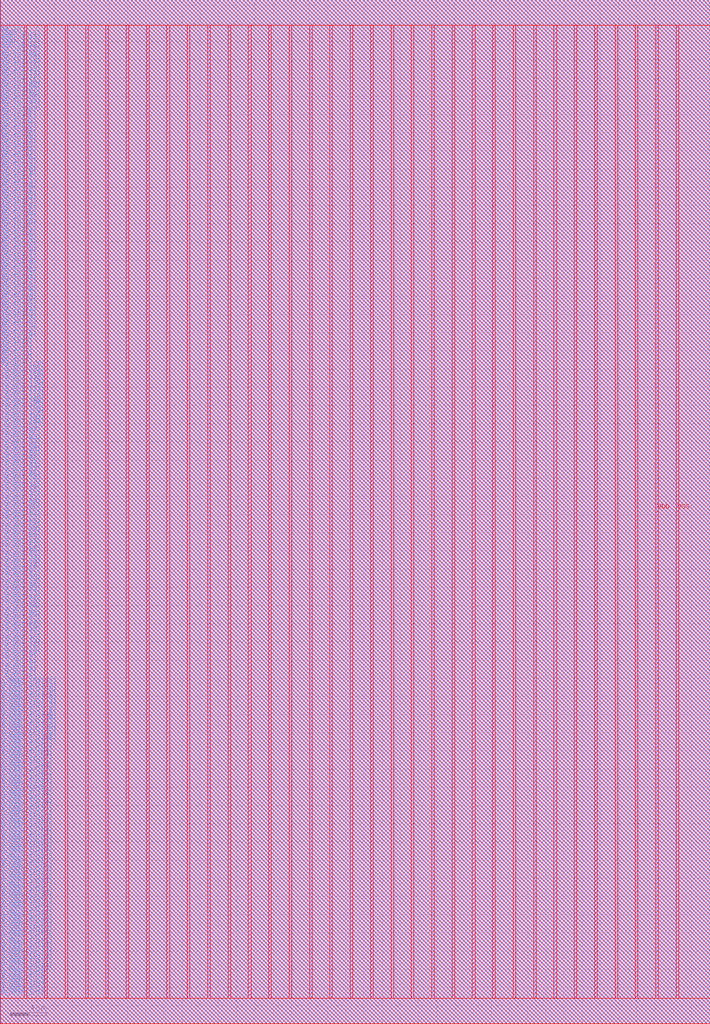
<source format=lef>
VERSION 5.7 ;
BUSBITCHARS "[]" ;
MACRO fakeram45_64x124
  FOREIGN fakeram45_64x124 0 0 ;
  SYMMETRY X Y R90 ;
  SIZE 78.090 BY 112.600 ;
  CLASS BLOCK ;
  PIN w_mask_in[0]
    DIRECTION INPUT ;
    USE SIGNAL ;
    SHAPE ABUTMENT ;
    PORT
      LAYER metal3 ;
      RECT 0.000 2.800 0.070 2.870 ;
    END
  END w_mask_in[0]
  PIN w_mask_in[1]
    DIRECTION INPUT ;
    USE SIGNAL ;
    SHAPE ABUTMENT ;
    PORT
      LAYER metal3 ;
      RECT 0.000 3.080 0.070 3.150 ;
    END
  END w_mask_in[1]
  PIN w_mask_in[2]
    DIRECTION INPUT ;
    USE SIGNAL ;
    SHAPE ABUTMENT ;
    PORT
      LAYER metal3 ;
      RECT 0.000 3.360 0.070 3.430 ;
    END
  END w_mask_in[2]
  PIN w_mask_in[3]
    DIRECTION INPUT ;
    USE SIGNAL ;
    SHAPE ABUTMENT ;
    PORT
      LAYER metal3 ;
      RECT 0.000 3.640 0.070 3.710 ;
    END
  END w_mask_in[3]
  PIN w_mask_in[4]
    DIRECTION INPUT ;
    USE SIGNAL ;
    SHAPE ABUTMENT ;
    PORT
      LAYER metal3 ;
      RECT 0.000 3.920 0.070 3.990 ;
    END
  END w_mask_in[4]
  PIN w_mask_in[5]
    DIRECTION INPUT ;
    USE SIGNAL ;
    SHAPE ABUTMENT ;
    PORT
      LAYER metal3 ;
      RECT 0.000 4.200 0.070 4.270 ;
    END
  END w_mask_in[5]
  PIN w_mask_in[6]
    DIRECTION INPUT ;
    USE SIGNAL ;
    SHAPE ABUTMENT ;
    PORT
      LAYER metal3 ;
      RECT 0.000 4.480 0.070 4.550 ;
    END
  END w_mask_in[6]
  PIN w_mask_in[7]
    DIRECTION INPUT ;
    USE SIGNAL ;
    SHAPE ABUTMENT ;
    PORT
      LAYER metal3 ;
      RECT 0.000 4.760 0.070 4.830 ;
    END
  END w_mask_in[7]
  PIN w_mask_in[8]
    DIRECTION INPUT ;
    USE SIGNAL ;
    SHAPE ABUTMENT ;
    PORT
      LAYER metal3 ;
      RECT 0.000 5.040 0.070 5.110 ;
    END
  END w_mask_in[8]
  PIN w_mask_in[9]
    DIRECTION INPUT ;
    USE SIGNAL ;
    SHAPE ABUTMENT ;
    PORT
      LAYER metal3 ;
      RECT 0.000 5.320 0.070 5.390 ;
    END
  END w_mask_in[9]
  PIN w_mask_in[10]
    DIRECTION INPUT ;
    USE SIGNAL ;
    SHAPE ABUTMENT ;
    PORT
      LAYER metal3 ;
      RECT 0.000 5.600 0.070 5.670 ;
    END
  END w_mask_in[10]
  PIN w_mask_in[11]
    DIRECTION INPUT ;
    USE SIGNAL ;
    SHAPE ABUTMENT ;
    PORT
      LAYER metal3 ;
      RECT 0.000 5.880 0.070 5.950 ;
    END
  END w_mask_in[11]
  PIN w_mask_in[12]
    DIRECTION INPUT ;
    USE SIGNAL ;
    SHAPE ABUTMENT ;
    PORT
      LAYER metal3 ;
      RECT 0.000 6.160 0.070 6.230 ;
    END
  END w_mask_in[12]
  PIN w_mask_in[13]
    DIRECTION INPUT ;
    USE SIGNAL ;
    SHAPE ABUTMENT ;
    PORT
      LAYER metal3 ;
      RECT 0.000 6.440 0.070 6.510 ;
    END
  END w_mask_in[13]
  PIN w_mask_in[14]
    DIRECTION INPUT ;
    USE SIGNAL ;
    SHAPE ABUTMENT ;
    PORT
      LAYER metal3 ;
      RECT 0.000 6.720 0.070 6.790 ;
    END
  END w_mask_in[14]
  PIN w_mask_in[15]
    DIRECTION INPUT ;
    USE SIGNAL ;
    SHAPE ABUTMENT ;
    PORT
      LAYER metal3 ;
      RECT 0.000 7.000 0.070 7.070 ;
    END
  END w_mask_in[15]
  PIN w_mask_in[16]
    DIRECTION INPUT ;
    USE SIGNAL ;
    SHAPE ABUTMENT ;
    PORT
      LAYER metal3 ;
      RECT 0.000 7.280 0.070 7.350 ;
    END
  END w_mask_in[16]
  PIN w_mask_in[17]
    DIRECTION INPUT ;
    USE SIGNAL ;
    SHAPE ABUTMENT ;
    PORT
      LAYER metal3 ;
      RECT 0.000 7.560 0.070 7.630 ;
    END
  END w_mask_in[17]
  PIN w_mask_in[18]
    DIRECTION INPUT ;
    USE SIGNAL ;
    SHAPE ABUTMENT ;
    PORT
      LAYER metal3 ;
      RECT 0.000 7.840 0.070 7.910 ;
    END
  END w_mask_in[18]
  PIN w_mask_in[19]
    DIRECTION INPUT ;
    USE SIGNAL ;
    SHAPE ABUTMENT ;
    PORT
      LAYER metal3 ;
      RECT 0.000 8.120 0.070 8.190 ;
    END
  END w_mask_in[19]
  PIN w_mask_in[20]
    DIRECTION INPUT ;
    USE SIGNAL ;
    SHAPE ABUTMENT ;
    PORT
      LAYER metal3 ;
      RECT 0.000 8.400 0.070 8.470 ;
    END
  END w_mask_in[20]
  PIN w_mask_in[21]
    DIRECTION INPUT ;
    USE SIGNAL ;
    SHAPE ABUTMENT ;
    PORT
      LAYER metal3 ;
      RECT 0.000 8.680 0.070 8.750 ;
    END
  END w_mask_in[21]
  PIN w_mask_in[22]
    DIRECTION INPUT ;
    USE SIGNAL ;
    SHAPE ABUTMENT ;
    PORT
      LAYER metal3 ;
      RECT 0.000 8.960 0.070 9.030 ;
    END
  END w_mask_in[22]
  PIN w_mask_in[23]
    DIRECTION INPUT ;
    USE SIGNAL ;
    SHAPE ABUTMENT ;
    PORT
      LAYER metal3 ;
      RECT 0.000 9.240 0.070 9.310 ;
    END
  END w_mask_in[23]
  PIN w_mask_in[24]
    DIRECTION INPUT ;
    USE SIGNAL ;
    SHAPE ABUTMENT ;
    PORT
      LAYER metal3 ;
      RECT 0.000 9.520 0.070 9.590 ;
    END
  END w_mask_in[24]
  PIN w_mask_in[25]
    DIRECTION INPUT ;
    USE SIGNAL ;
    SHAPE ABUTMENT ;
    PORT
      LAYER metal3 ;
      RECT 0.000 9.800 0.070 9.870 ;
    END
  END w_mask_in[25]
  PIN w_mask_in[26]
    DIRECTION INPUT ;
    USE SIGNAL ;
    SHAPE ABUTMENT ;
    PORT
      LAYER metal3 ;
      RECT 0.000 10.080 0.070 10.150 ;
    END
  END w_mask_in[26]
  PIN w_mask_in[27]
    DIRECTION INPUT ;
    USE SIGNAL ;
    SHAPE ABUTMENT ;
    PORT
      LAYER metal3 ;
      RECT 0.000 10.360 0.070 10.430 ;
    END
  END w_mask_in[27]
  PIN w_mask_in[28]
    DIRECTION INPUT ;
    USE SIGNAL ;
    SHAPE ABUTMENT ;
    PORT
      LAYER metal3 ;
      RECT 0.000 10.640 0.070 10.710 ;
    END
  END w_mask_in[28]
  PIN w_mask_in[29]
    DIRECTION INPUT ;
    USE SIGNAL ;
    SHAPE ABUTMENT ;
    PORT
      LAYER metal3 ;
      RECT 0.000 10.920 0.070 10.990 ;
    END
  END w_mask_in[29]
  PIN w_mask_in[30]
    DIRECTION INPUT ;
    USE SIGNAL ;
    SHAPE ABUTMENT ;
    PORT
      LAYER metal3 ;
      RECT 0.000 11.200 0.070 11.270 ;
    END
  END w_mask_in[30]
  PIN w_mask_in[31]
    DIRECTION INPUT ;
    USE SIGNAL ;
    SHAPE ABUTMENT ;
    PORT
      LAYER metal3 ;
      RECT 0.000 11.480 0.070 11.550 ;
    END
  END w_mask_in[31]
  PIN w_mask_in[32]
    DIRECTION INPUT ;
    USE SIGNAL ;
    SHAPE ABUTMENT ;
    PORT
      LAYER metal3 ;
      RECT 0.000 11.760 0.070 11.830 ;
    END
  END w_mask_in[32]
  PIN w_mask_in[33]
    DIRECTION INPUT ;
    USE SIGNAL ;
    SHAPE ABUTMENT ;
    PORT
      LAYER metal3 ;
      RECT 0.000 12.040 0.070 12.110 ;
    END
  END w_mask_in[33]
  PIN w_mask_in[34]
    DIRECTION INPUT ;
    USE SIGNAL ;
    SHAPE ABUTMENT ;
    PORT
      LAYER metal3 ;
      RECT 0.000 12.320 0.070 12.390 ;
    END
  END w_mask_in[34]
  PIN w_mask_in[35]
    DIRECTION INPUT ;
    USE SIGNAL ;
    SHAPE ABUTMENT ;
    PORT
      LAYER metal3 ;
      RECT 0.000 12.600 0.070 12.670 ;
    END
  END w_mask_in[35]
  PIN w_mask_in[36]
    DIRECTION INPUT ;
    USE SIGNAL ;
    SHAPE ABUTMENT ;
    PORT
      LAYER metal3 ;
      RECT 0.000 12.880 0.070 12.950 ;
    END
  END w_mask_in[36]
  PIN w_mask_in[37]
    DIRECTION INPUT ;
    USE SIGNAL ;
    SHAPE ABUTMENT ;
    PORT
      LAYER metal3 ;
      RECT 0.000 13.160 0.070 13.230 ;
    END
  END w_mask_in[37]
  PIN w_mask_in[38]
    DIRECTION INPUT ;
    USE SIGNAL ;
    SHAPE ABUTMENT ;
    PORT
      LAYER metal3 ;
      RECT 0.000 13.440 0.070 13.510 ;
    END
  END w_mask_in[38]
  PIN w_mask_in[39]
    DIRECTION INPUT ;
    USE SIGNAL ;
    SHAPE ABUTMENT ;
    PORT
      LAYER metal3 ;
      RECT 0.000 13.720 0.070 13.790 ;
    END
  END w_mask_in[39]
  PIN w_mask_in[40]
    DIRECTION INPUT ;
    USE SIGNAL ;
    SHAPE ABUTMENT ;
    PORT
      LAYER metal3 ;
      RECT 0.000 14.000 0.070 14.070 ;
    END
  END w_mask_in[40]
  PIN w_mask_in[41]
    DIRECTION INPUT ;
    USE SIGNAL ;
    SHAPE ABUTMENT ;
    PORT
      LAYER metal3 ;
      RECT 0.000 14.280 0.070 14.350 ;
    END
  END w_mask_in[41]
  PIN w_mask_in[42]
    DIRECTION INPUT ;
    USE SIGNAL ;
    SHAPE ABUTMENT ;
    PORT
      LAYER metal3 ;
      RECT 0.000 14.560 0.070 14.630 ;
    END
  END w_mask_in[42]
  PIN w_mask_in[43]
    DIRECTION INPUT ;
    USE SIGNAL ;
    SHAPE ABUTMENT ;
    PORT
      LAYER metal3 ;
      RECT 0.000 14.840 0.070 14.910 ;
    END
  END w_mask_in[43]
  PIN w_mask_in[44]
    DIRECTION INPUT ;
    USE SIGNAL ;
    SHAPE ABUTMENT ;
    PORT
      LAYER metal3 ;
      RECT 0.000 15.120 0.070 15.190 ;
    END
  END w_mask_in[44]
  PIN w_mask_in[45]
    DIRECTION INPUT ;
    USE SIGNAL ;
    SHAPE ABUTMENT ;
    PORT
      LAYER metal3 ;
      RECT 0.000 15.400 0.070 15.470 ;
    END
  END w_mask_in[45]
  PIN w_mask_in[46]
    DIRECTION INPUT ;
    USE SIGNAL ;
    SHAPE ABUTMENT ;
    PORT
      LAYER metal3 ;
      RECT 0.000 15.680 0.070 15.750 ;
    END
  END w_mask_in[46]
  PIN w_mask_in[47]
    DIRECTION INPUT ;
    USE SIGNAL ;
    SHAPE ABUTMENT ;
    PORT
      LAYER metal3 ;
      RECT 0.000 15.960 0.070 16.030 ;
    END
  END w_mask_in[47]
  PIN w_mask_in[48]
    DIRECTION INPUT ;
    USE SIGNAL ;
    SHAPE ABUTMENT ;
    PORT
      LAYER metal3 ;
      RECT 0.000 16.240 0.070 16.310 ;
    END
  END w_mask_in[48]
  PIN w_mask_in[49]
    DIRECTION INPUT ;
    USE SIGNAL ;
    SHAPE ABUTMENT ;
    PORT
      LAYER metal3 ;
      RECT 0.000 16.520 0.070 16.590 ;
    END
  END w_mask_in[49]
  PIN w_mask_in[50]
    DIRECTION INPUT ;
    USE SIGNAL ;
    SHAPE ABUTMENT ;
    PORT
      LAYER metal3 ;
      RECT 0.000 16.800 0.070 16.870 ;
    END
  END w_mask_in[50]
  PIN w_mask_in[51]
    DIRECTION INPUT ;
    USE SIGNAL ;
    SHAPE ABUTMENT ;
    PORT
      LAYER metal3 ;
      RECT 0.000 17.080 0.070 17.150 ;
    END
  END w_mask_in[51]
  PIN w_mask_in[52]
    DIRECTION INPUT ;
    USE SIGNAL ;
    SHAPE ABUTMENT ;
    PORT
      LAYER metal3 ;
      RECT 0.000 17.360 0.070 17.430 ;
    END
  END w_mask_in[52]
  PIN w_mask_in[53]
    DIRECTION INPUT ;
    USE SIGNAL ;
    SHAPE ABUTMENT ;
    PORT
      LAYER metal3 ;
      RECT 0.000 17.640 0.070 17.710 ;
    END
  END w_mask_in[53]
  PIN w_mask_in[54]
    DIRECTION INPUT ;
    USE SIGNAL ;
    SHAPE ABUTMENT ;
    PORT
      LAYER metal3 ;
      RECT 0.000 17.920 0.070 17.990 ;
    END
  END w_mask_in[54]
  PIN w_mask_in[55]
    DIRECTION INPUT ;
    USE SIGNAL ;
    SHAPE ABUTMENT ;
    PORT
      LAYER metal3 ;
      RECT 0.000 18.200 0.070 18.270 ;
    END
  END w_mask_in[55]
  PIN w_mask_in[56]
    DIRECTION INPUT ;
    USE SIGNAL ;
    SHAPE ABUTMENT ;
    PORT
      LAYER metal3 ;
      RECT 0.000 18.480 0.070 18.550 ;
    END
  END w_mask_in[56]
  PIN w_mask_in[57]
    DIRECTION INPUT ;
    USE SIGNAL ;
    SHAPE ABUTMENT ;
    PORT
      LAYER metal3 ;
      RECT 0.000 18.760 0.070 18.830 ;
    END
  END w_mask_in[57]
  PIN w_mask_in[58]
    DIRECTION INPUT ;
    USE SIGNAL ;
    SHAPE ABUTMENT ;
    PORT
      LAYER metal3 ;
      RECT 0.000 19.040 0.070 19.110 ;
    END
  END w_mask_in[58]
  PIN w_mask_in[59]
    DIRECTION INPUT ;
    USE SIGNAL ;
    SHAPE ABUTMENT ;
    PORT
      LAYER metal3 ;
      RECT 0.000 19.320 0.070 19.390 ;
    END
  END w_mask_in[59]
  PIN w_mask_in[60]
    DIRECTION INPUT ;
    USE SIGNAL ;
    SHAPE ABUTMENT ;
    PORT
      LAYER metal3 ;
      RECT 0.000 19.600 0.070 19.670 ;
    END
  END w_mask_in[60]
  PIN w_mask_in[61]
    DIRECTION INPUT ;
    USE SIGNAL ;
    SHAPE ABUTMENT ;
    PORT
      LAYER metal3 ;
      RECT 0.000 19.880 0.070 19.950 ;
    END
  END w_mask_in[61]
  PIN w_mask_in[62]
    DIRECTION INPUT ;
    USE SIGNAL ;
    SHAPE ABUTMENT ;
    PORT
      LAYER metal3 ;
      RECT 0.000 20.160 0.070 20.230 ;
    END
  END w_mask_in[62]
  PIN w_mask_in[63]
    DIRECTION INPUT ;
    USE SIGNAL ;
    SHAPE ABUTMENT ;
    PORT
      LAYER metal3 ;
      RECT 0.000 20.440 0.070 20.510 ;
    END
  END w_mask_in[63]
  PIN w_mask_in[64]
    DIRECTION INPUT ;
    USE SIGNAL ;
    SHAPE ABUTMENT ;
    PORT
      LAYER metal3 ;
      RECT 0.000 20.720 0.070 20.790 ;
    END
  END w_mask_in[64]
  PIN w_mask_in[65]
    DIRECTION INPUT ;
    USE SIGNAL ;
    SHAPE ABUTMENT ;
    PORT
      LAYER metal3 ;
      RECT 0.000 21.000 0.070 21.070 ;
    END
  END w_mask_in[65]
  PIN w_mask_in[66]
    DIRECTION INPUT ;
    USE SIGNAL ;
    SHAPE ABUTMENT ;
    PORT
      LAYER metal3 ;
      RECT 0.000 21.280 0.070 21.350 ;
    END
  END w_mask_in[66]
  PIN w_mask_in[67]
    DIRECTION INPUT ;
    USE SIGNAL ;
    SHAPE ABUTMENT ;
    PORT
      LAYER metal3 ;
      RECT 0.000 21.560 0.070 21.630 ;
    END
  END w_mask_in[67]
  PIN w_mask_in[68]
    DIRECTION INPUT ;
    USE SIGNAL ;
    SHAPE ABUTMENT ;
    PORT
      LAYER metal3 ;
      RECT 0.000 21.840 0.070 21.910 ;
    END
  END w_mask_in[68]
  PIN w_mask_in[69]
    DIRECTION INPUT ;
    USE SIGNAL ;
    SHAPE ABUTMENT ;
    PORT
      LAYER metal3 ;
      RECT 0.000 22.120 0.070 22.190 ;
    END
  END w_mask_in[69]
  PIN w_mask_in[70]
    DIRECTION INPUT ;
    USE SIGNAL ;
    SHAPE ABUTMENT ;
    PORT
      LAYER metal3 ;
      RECT 0.000 22.400 0.070 22.470 ;
    END
  END w_mask_in[70]
  PIN w_mask_in[71]
    DIRECTION INPUT ;
    USE SIGNAL ;
    SHAPE ABUTMENT ;
    PORT
      LAYER metal3 ;
      RECT 0.000 22.680 0.070 22.750 ;
    END
  END w_mask_in[71]
  PIN w_mask_in[72]
    DIRECTION INPUT ;
    USE SIGNAL ;
    SHAPE ABUTMENT ;
    PORT
      LAYER metal3 ;
      RECT 0.000 22.960 0.070 23.030 ;
    END
  END w_mask_in[72]
  PIN w_mask_in[73]
    DIRECTION INPUT ;
    USE SIGNAL ;
    SHAPE ABUTMENT ;
    PORT
      LAYER metal3 ;
      RECT 0.000 23.240 0.070 23.310 ;
    END
  END w_mask_in[73]
  PIN w_mask_in[74]
    DIRECTION INPUT ;
    USE SIGNAL ;
    SHAPE ABUTMENT ;
    PORT
      LAYER metal3 ;
      RECT 0.000 23.520 0.070 23.590 ;
    END
  END w_mask_in[74]
  PIN w_mask_in[75]
    DIRECTION INPUT ;
    USE SIGNAL ;
    SHAPE ABUTMENT ;
    PORT
      LAYER metal3 ;
      RECT 0.000 23.800 0.070 23.870 ;
    END
  END w_mask_in[75]
  PIN w_mask_in[76]
    DIRECTION INPUT ;
    USE SIGNAL ;
    SHAPE ABUTMENT ;
    PORT
      LAYER metal3 ;
      RECT 0.000 24.080 0.070 24.150 ;
    END
  END w_mask_in[76]
  PIN w_mask_in[77]
    DIRECTION INPUT ;
    USE SIGNAL ;
    SHAPE ABUTMENT ;
    PORT
      LAYER metal3 ;
      RECT 0.000 24.360 0.070 24.430 ;
    END
  END w_mask_in[77]
  PIN w_mask_in[78]
    DIRECTION INPUT ;
    USE SIGNAL ;
    SHAPE ABUTMENT ;
    PORT
      LAYER metal3 ;
      RECT 0.000 24.640 0.070 24.710 ;
    END
  END w_mask_in[78]
  PIN w_mask_in[79]
    DIRECTION INPUT ;
    USE SIGNAL ;
    SHAPE ABUTMENT ;
    PORT
      LAYER metal3 ;
      RECT 0.000 24.920 0.070 24.990 ;
    END
  END w_mask_in[79]
  PIN w_mask_in[80]
    DIRECTION INPUT ;
    USE SIGNAL ;
    SHAPE ABUTMENT ;
    PORT
      LAYER metal3 ;
      RECT 0.000 25.200 0.070 25.270 ;
    END
  END w_mask_in[80]
  PIN w_mask_in[81]
    DIRECTION INPUT ;
    USE SIGNAL ;
    SHAPE ABUTMENT ;
    PORT
      LAYER metal3 ;
      RECT 0.000 25.480 0.070 25.550 ;
    END
  END w_mask_in[81]
  PIN w_mask_in[82]
    DIRECTION INPUT ;
    USE SIGNAL ;
    SHAPE ABUTMENT ;
    PORT
      LAYER metal3 ;
      RECT 0.000 25.760 0.070 25.830 ;
    END
  END w_mask_in[82]
  PIN w_mask_in[83]
    DIRECTION INPUT ;
    USE SIGNAL ;
    SHAPE ABUTMENT ;
    PORT
      LAYER metal3 ;
      RECT 0.000 26.040 0.070 26.110 ;
    END
  END w_mask_in[83]
  PIN w_mask_in[84]
    DIRECTION INPUT ;
    USE SIGNAL ;
    SHAPE ABUTMENT ;
    PORT
      LAYER metal3 ;
      RECT 0.000 26.320 0.070 26.390 ;
    END
  END w_mask_in[84]
  PIN w_mask_in[85]
    DIRECTION INPUT ;
    USE SIGNAL ;
    SHAPE ABUTMENT ;
    PORT
      LAYER metal3 ;
      RECT 0.000 26.600 0.070 26.670 ;
    END
  END w_mask_in[85]
  PIN w_mask_in[86]
    DIRECTION INPUT ;
    USE SIGNAL ;
    SHAPE ABUTMENT ;
    PORT
      LAYER metal3 ;
      RECT 0.000 26.880 0.070 26.950 ;
    END
  END w_mask_in[86]
  PIN w_mask_in[87]
    DIRECTION INPUT ;
    USE SIGNAL ;
    SHAPE ABUTMENT ;
    PORT
      LAYER metal3 ;
      RECT 0.000 27.160 0.070 27.230 ;
    END
  END w_mask_in[87]
  PIN w_mask_in[88]
    DIRECTION INPUT ;
    USE SIGNAL ;
    SHAPE ABUTMENT ;
    PORT
      LAYER metal3 ;
      RECT 0.000 27.440 0.070 27.510 ;
    END
  END w_mask_in[88]
  PIN w_mask_in[89]
    DIRECTION INPUT ;
    USE SIGNAL ;
    SHAPE ABUTMENT ;
    PORT
      LAYER metal3 ;
      RECT 0.000 27.720 0.070 27.790 ;
    END
  END w_mask_in[89]
  PIN w_mask_in[90]
    DIRECTION INPUT ;
    USE SIGNAL ;
    SHAPE ABUTMENT ;
    PORT
      LAYER metal3 ;
      RECT 0.000 28.000 0.070 28.070 ;
    END
  END w_mask_in[90]
  PIN w_mask_in[91]
    DIRECTION INPUT ;
    USE SIGNAL ;
    SHAPE ABUTMENT ;
    PORT
      LAYER metal3 ;
      RECT 0.000 28.280 0.070 28.350 ;
    END
  END w_mask_in[91]
  PIN w_mask_in[92]
    DIRECTION INPUT ;
    USE SIGNAL ;
    SHAPE ABUTMENT ;
    PORT
      LAYER metal3 ;
      RECT 0.000 28.560 0.070 28.630 ;
    END
  END w_mask_in[92]
  PIN w_mask_in[93]
    DIRECTION INPUT ;
    USE SIGNAL ;
    SHAPE ABUTMENT ;
    PORT
      LAYER metal3 ;
      RECT 0.000 28.840 0.070 28.910 ;
    END
  END w_mask_in[93]
  PIN w_mask_in[94]
    DIRECTION INPUT ;
    USE SIGNAL ;
    SHAPE ABUTMENT ;
    PORT
      LAYER metal3 ;
      RECT 0.000 29.120 0.070 29.190 ;
    END
  END w_mask_in[94]
  PIN w_mask_in[95]
    DIRECTION INPUT ;
    USE SIGNAL ;
    SHAPE ABUTMENT ;
    PORT
      LAYER metal3 ;
      RECT 0.000 29.400 0.070 29.470 ;
    END
  END w_mask_in[95]
  PIN w_mask_in[96]
    DIRECTION INPUT ;
    USE SIGNAL ;
    SHAPE ABUTMENT ;
    PORT
      LAYER metal3 ;
      RECT 0.000 29.680 0.070 29.750 ;
    END
  END w_mask_in[96]
  PIN w_mask_in[97]
    DIRECTION INPUT ;
    USE SIGNAL ;
    SHAPE ABUTMENT ;
    PORT
      LAYER metal3 ;
      RECT 0.000 29.960 0.070 30.030 ;
    END
  END w_mask_in[97]
  PIN w_mask_in[98]
    DIRECTION INPUT ;
    USE SIGNAL ;
    SHAPE ABUTMENT ;
    PORT
      LAYER metal3 ;
      RECT 0.000 30.240 0.070 30.310 ;
    END
  END w_mask_in[98]
  PIN w_mask_in[99]
    DIRECTION INPUT ;
    USE SIGNAL ;
    SHAPE ABUTMENT ;
    PORT
      LAYER metal3 ;
      RECT 0.000 30.520 0.070 30.590 ;
    END
  END w_mask_in[99]
  PIN w_mask_in[100]
    DIRECTION INPUT ;
    USE SIGNAL ;
    SHAPE ABUTMENT ;
    PORT
      LAYER metal3 ;
      RECT 0.000 30.800 0.070 30.870 ;
    END
  END w_mask_in[100]
  PIN w_mask_in[101]
    DIRECTION INPUT ;
    USE SIGNAL ;
    SHAPE ABUTMENT ;
    PORT
      LAYER metal3 ;
      RECT 0.000 31.080 0.070 31.150 ;
    END
  END w_mask_in[101]
  PIN w_mask_in[102]
    DIRECTION INPUT ;
    USE SIGNAL ;
    SHAPE ABUTMENT ;
    PORT
      LAYER metal3 ;
      RECT 0.000 31.360 0.070 31.430 ;
    END
  END w_mask_in[102]
  PIN w_mask_in[103]
    DIRECTION INPUT ;
    USE SIGNAL ;
    SHAPE ABUTMENT ;
    PORT
      LAYER metal3 ;
      RECT 0.000 31.640 0.070 31.710 ;
    END
  END w_mask_in[103]
  PIN w_mask_in[104]
    DIRECTION INPUT ;
    USE SIGNAL ;
    SHAPE ABUTMENT ;
    PORT
      LAYER metal3 ;
      RECT 0.000 31.920 0.070 31.990 ;
    END
  END w_mask_in[104]
  PIN w_mask_in[105]
    DIRECTION INPUT ;
    USE SIGNAL ;
    SHAPE ABUTMENT ;
    PORT
      LAYER metal3 ;
      RECT 0.000 32.200 0.070 32.270 ;
    END
  END w_mask_in[105]
  PIN w_mask_in[106]
    DIRECTION INPUT ;
    USE SIGNAL ;
    SHAPE ABUTMENT ;
    PORT
      LAYER metal3 ;
      RECT 0.000 32.480 0.070 32.550 ;
    END
  END w_mask_in[106]
  PIN w_mask_in[107]
    DIRECTION INPUT ;
    USE SIGNAL ;
    SHAPE ABUTMENT ;
    PORT
      LAYER metal3 ;
      RECT 0.000 32.760 0.070 32.830 ;
    END
  END w_mask_in[107]
  PIN w_mask_in[108]
    DIRECTION INPUT ;
    USE SIGNAL ;
    SHAPE ABUTMENT ;
    PORT
      LAYER metal3 ;
      RECT 0.000 33.040 0.070 33.110 ;
    END
  END w_mask_in[108]
  PIN w_mask_in[109]
    DIRECTION INPUT ;
    USE SIGNAL ;
    SHAPE ABUTMENT ;
    PORT
      LAYER metal3 ;
      RECT 0.000 33.320 0.070 33.390 ;
    END
  END w_mask_in[109]
  PIN w_mask_in[110]
    DIRECTION INPUT ;
    USE SIGNAL ;
    SHAPE ABUTMENT ;
    PORT
      LAYER metal3 ;
      RECT 0.000 33.600 0.070 33.670 ;
    END
  END w_mask_in[110]
  PIN w_mask_in[111]
    DIRECTION INPUT ;
    USE SIGNAL ;
    SHAPE ABUTMENT ;
    PORT
      LAYER metal3 ;
      RECT 0.000 33.880 0.070 33.950 ;
    END
  END w_mask_in[111]
  PIN w_mask_in[112]
    DIRECTION INPUT ;
    USE SIGNAL ;
    SHAPE ABUTMENT ;
    PORT
      LAYER metal3 ;
      RECT 0.000 34.160 0.070 34.230 ;
    END
  END w_mask_in[112]
  PIN w_mask_in[113]
    DIRECTION INPUT ;
    USE SIGNAL ;
    SHAPE ABUTMENT ;
    PORT
      LAYER metal3 ;
      RECT 0.000 34.440 0.070 34.510 ;
    END
  END w_mask_in[113]
  PIN w_mask_in[114]
    DIRECTION INPUT ;
    USE SIGNAL ;
    SHAPE ABUTMENT ;
    PORT
      LAYER metal3 ;
      RECT 0.000 34.720 0.070 34.790 ;
    END
  END w_mask_in[114]
  PIN w_mask_in[115]
    DIRECTION INPUT ;
    USE SIGNAL ;
    SHAPE ABUTMENT ;
    PORT
      LAYER metal3 ;
      RECT 0.000 35.000 0.070 35.070 ;
    END
  END w_mask_in[115]
  PIN w_mask_in[116]
    DIRECTION INPUT ;
    USE SIGNAL ;
    SHAPE ABUTMENT ;
    PORT
      LAYER metal3 ;
      RECT 0.000 35.280 0.070 35.350 ;
    END
  END w_mask_in[116]
  PIN w_mask_in[117]
    DIRECTION INPUT ;
    USE SIGNAL ;
    SHAPE ABUTMENT ;
    PORT
      LAYER metal3 ;
      RECT 0.000 35.560 0.070 35.630 ;
    END
  END w_mask_in[117]
  PIN w_mask_in[118]
    DIRECTION INPUT ;
    USE SIGNAL ;
    SHAPE ABUTMENT ;
    PORT
      LAYER metal3 ;
      RECT 0.000 35.840 0.070 35.910 ;
    END
  END w_mask_in[118]
  PIN w_mask_in[119]
    DIRECTION INPUT ;
    USE SIGNAL ;
    SHAPE ABUTMENT ;
    PORT
      LAYER metal3 ;
      RECT 0.000 36.120 0.070 36.190 ;
    END
  END w_mask_in[119]
  PIN w_mask_in[120]
    DIRECTION INPUT ;
    USE SIGNAL ;
    SHAPE ABUTMENT ;
    PORT
      LAYER metal3 ;
      RECT 0.000 36.400 0.070 36.470 ;
    END
  END w_mask_in[120]
  PIN w_mask_in[121]
    DIRECTION INPUT ;
    USE SIGNAL ;
    SHAPE ABUTMENT ;
    PORT
      LAYER metal3 ;
      RECT 0.000 36.680 0.070 36.750 ;
    END
  END w_mask_in[121]
  PIN w_mask_in[122]
    DIRECTION INPUT ;
    USE SIGNAL ;
    SHAPE ABUTMENT ;
    PORT
      LAYER metal3 ;
      RECT 0.000 36.960 0.070 37.030 ;
    END
  END w_mask_in[122]
  PIN w_mask_in[123]
    DIRECTION INPUT ;
    USE SIGNAL ;
    SHAPE ABUTMENT ;
    PORT
      LAYER metal3 ;
      RECT 0.000 37.240 0.070 37.310 ;
    END
  END w_mask_in[123]
  PIN rd_out[0]
    DIRECTION OUTPUT ;
    USE SIGNAL ;
    SHAPE ABUTMENT ;
    PORT
      LAYER metal3 ;
      RECT 0.000 37.520 0.070 37.590 ;
    END
  END rd_out[0]
  PIN rd_out[1]
    DIRECTION OUTPUT ;
    USE SIGNAL ;
    SHAPE ABUTMENT ;
    PORT
      LAYER metal3 ;
      RECT 0.000 37.800 0.070 37.870 ;
    END
  END rd_out[1]
  PIN rd_out[2]
    DIRECTION OUTPUT ;
    USE SIGNAL ;
    SHAPE ABUTMENT ;
    PORT
      LAYER metal3 ;
      RECT 0.000 38.080 0.070 38.150 ;
    END
  END rd_out[2]
  PIN rd_out[3]
    DIRECTION OUTPUT ;
    USE SIGNAL ;
    SHAPE ABUTMENT ;
    PORT
      LAYER metal3 ;
      RECT 0.000 38.360 0.070 38.430 ;
    END
  END rd_out[3]
  PIN rd_out[4]
    DIRECTION OUTPUT ;
    USE SIGNAL ;
    SHAPE ABUTMENT ;
    PORT
      LAYER metal3 ;
      RECT 0.000 38.640 0.070 38.710 ;
    END
  END rd_out[4]
  PIN rd_out[5]
    DIRECTION OUTPUT ;
    USE SIGNAL ;
    SHAPE ABUTMENT ;
    PORT
      LAYER metal3 ;
      RECT 0.000 38.920 0.070 38.990 ;
    END
  END rd_out[5]
  PIN rd_out[6]
    DIRECTION OUTPUT ;
    USE SIGNAL ;
    SHAPE ABUTMENT ;
    PORT
      LAYER metal3 ;
      RECT 0.000 39.200 0.070 39.270 ;
    END
  END rd_out[6]
  PIN rd_out[7]
    DIRECTION OUTPUT ;
    USE SIGNAL ;
    SHAPE ABUTMENT ;
    PORT
      LAYER metal3 ;
      RECT 0.000 39.480 0.070 39.550 ;
    END
  END rd_out[7]
  PIN rd_out[8]
    DIRECTION OUTPUT ;
    USE SIGNAL ;
    SHAPE ABUTMENT ;
    PORT
      LAYER metal3 ;
      RECT 0.000 39.760 0.070 39.830 ;
    END
  END rd_out[8]
  PIN rd_out[9]
    DIRECTION OUTPUT ;
    USE SIGNAL ;
    SHAPE ABUTMENT ;
    PORT
      LAYER metal3 ;
      RECT 0.000 40.040 0.070 40.110 ;
    END
  END rd_out[9]
  PIN rd_out[10]
    DIRECTION OUTPUT ;
    USE SIGNAL ;
    SHAPE ABUTMENT ;
    PORT
      LAYER metal3 ;
      RECT 0.000 40.320 0.070 40.390 ;
    END
  END rd_out[10]
  PIN rd_out[11]
    DIRECTION OUTPUT ;
    USE SIGNAL ;
    SHAPE ABUTMENT ;
    PORT
      LAYER metal3 ;
      RECT 0.000 40.600 0.070 40.670 ;
    END
  END rd_out[11]
  PIN rd_out[12]
    DIRECTION OUTPUT ;
    USE SIGNAL ;
    SHAPE ABUTMENT ;
    PORT
      LAYER metal3 ;
      RECT 0.000 40.880 0.070 40.950 ;
    END
  END rd_out[12]
  PIN rd_out[13]
    DIRECTION OUTPUT ;
    USE SIGNAL ;
    SHAPE ABUTMENT ;
    PORT
      LAYER metal3 ;
      RECT 0.000 41.160 0.070 41.230 ;
    END
  END rd_out[13]
  PIN rd_out[14]
    DIRECTION OUTPUT ;
    USE SIGNAL ;
    SHAPE ABUTMENT ;
    PORT
      LAYER metal3 ;
      RECT 0.000 41.440 0.070 41.510 ;
    END
  END rd_out[14]
  PIN rd_out[15]
    DIRECTION OUTPUT ;
    USE SIGNAL ;
    SHAPE ABUTMENT ;
    PORT
      LAYER metal3 ;
      RECT 0.000 41.720 0.070 41.790 ;
    END
  END rd_out[15]
  PIN rd_out[16]
    DIRECTION OUTPUT ;
    USE SIGNAL ;
    SHAPE ABUTMENT ;
    PORT
      LAYER metal3 ;
      RECT 0.000 42.000 0.070 42.070 ;
    END
  END rd_out[16]
  PIN rd_out[17]
    DIRECTION OUTPUT ;
    USE SIGNAL ;
    SHAPE ABUTMENT ;
    PORT
      LAYER metal3 ;
      RECT 0.000 42.280 0.070 42.350 ;
    END
  END rd_out[17]
  PIN rd_out[18]
    DIRECTION OUTPUT ;
    USE SIGNAL ;
    SHAPE ABUTMENT ;
    PORT
      LAYER metal3 ;
      RECT 0.000 42.560 0.070 42.630 ;
    END
  END rd_out[18]
  PIN rd_out[19]
    DIRECTION OUTPUT ;
    USE SIGNAL ;
    SHAPE ABUTMENT ;
    PORT
      LAYER metal3 ;
      RECT 0.000 42.840 0.070 42.910 ;
    END
  END rd_out[19]
  PIN rd_out[20]
    DIRECTION OUTPUT ;
    USE SIGNAL ;
    SHAPE ABUTMENT ;
    PORT
      LAYER metal3 ;
      RECT 0.000 43.120 0.070 43.190 ;
    END
  END rd_out[20]
  PIN rd_out[21]
    DIRECTION OUTPUT ;
    USE SIGNAL ;
    SHAPE ABUTMENT ;
    PORT
      LAYER metal3 ;
      RECT 0.000 43.400 0.070 43.470 ;
    END
  END rd_out[21]
  PIN rd_out[22]
    DIRECTION OUTPUT ;
    USE SIGNAL ;
    SHAPE ABUTMENT ;
    PORT
      LAYER metal3 ;
      RECT 0.000 43.680 0.070 43.750 ;
    END
  END rd_out[22]
  PIN rd_out[23]
    DIRECTION OUTPUT ;
    USE SIGNAL ;
    SHAPE ABUTMENT ;
    PORT
      LAYER metal3 ;
      RECT 0.000 43.960 0.070 44.030 ;
    END
  END rd_out[23]
  PIN rd_out[24]
    DIRECTION OUTPUT ;
    USE SIGNAL ;
    SHAPE ABUTMENT ;
    PORT
      LAYER metal3 ;
      RECT 0.000 44.240 0.070 44.310 ;
    END
  END rd_out[24]
  PIN rd_out[25]
    DIRECTION OUTPUT ;
    USE SIGNAL ;
    SHAPE ABUTMENT ;
    PORT
      LAYER metal3 ;
      RECT 0.000 44.520 0.070 44.590 ;
    END
  END rd_out[25]
  PIN rd_out[26]
    DIRECTION OUTPUT ;
    USE SIGNAL ;
    SHAPE ABUTMENT ;
    PORT
      LAYER metal3 ;
      RECT 0.000 44.800 0.070 44.870 ;
    END
  END rd_out[26]
  PIN rd_out[27]
    DIRECTION OUTPUT ;
    USE SIGNAL ;
    SHAPE ABUTMENT ;
    PORT
      LAYER metal3 ;
      RECT 0.000 45.080 0.070 45.150 ;
    END
  END rd_out[27]
  PIN rd_out[28]
    DIRECTION OUTPUT ;
    USE SIGNAL ;
    SHAPE ABUTMENT ;
    PORT
      LAYER metal3 ;
      RECT 0.000 45.360 0.070 45.430 ;
    END
  END rd_out[28]
  PIN rd_out[29]
    DIRECTION OUTPUT ;
    USE SIGNAL ;
    SHAPE ABUTMENT ;
    PORT
      LAYER metal3 ;
      RECT 0.000 45.640 0.070 45.710 ;
    END
  END rd_out[29]
  PIN rd_out[30]
    DIRECTION OUTPUT ;
    USE SIGNAL ;
    SHAPE ABUTMENT ;
    PORT
      LAYER metal3 ;
      RECT 0.000 45.920 0.070 45.990 ;
    END
  END rd_out[30]
  PIN rd_out[31]
    DIRECTION OUTPUT ;
    USE SIGNAL ;
    SHAPE ABUTMENT ;
    PORT
      LAYER metal3 ;
      RECT 0.000 46.200 0.070 46.270 ;
    END
  END rd_out[31]
  PIN rd_out[32]
    DIRECTION OUTPUT ;
    USE SIGNAL ;
    SHAPE ABUTMENT ;
    PORT
      LAYER metal3 ;
      RECT 0.000 46.480 0.070 46.550 ;
    END
  END rd_out[32]
  PIN rd_out[33]
    DIRECTION OUTPUT ;
    USE SIGNAL ;
    SHAPE ABUTMENT ;
    PORT
      LAYER metal3 ;
      RECT 0.000 46.760 0.070 46.830 ;
    END
  END rd_out[33]
  PIN rd_out[34]
    DIRECTION OUTPUT ;
    USE SIGNAL ;
    SHAPE ABUTMENT ;
    PORT
      LAYER metal3 ;
      RECT 0.000 47.040 0.070 47.110 ;
    END
  END rd_out[34]
  PIN rd_out[35]
    DIRECTION OUTPUT ;
    USE SIGNAL ;
    SHAPE ABUTMENT ;
    PORT
      LAYER metal3 ;
      RECT 0.000 47.320 0.070 47.390 ;
    END
  END rd_out[35]
  PIN rd_out[36]
    DIRECTION OUTPUT ;
    USE SIGNAL ;
    SHAPE ABUTMENT ;
    PORT
      LAYER metal3 ;
      RECT 0.000 47.600 0.070 47.670 ;
    END
  END rd_out[36]
  PIN rd_out[37]
    DIRECTION OUTPUT ;
    USE SIGNAL ;
    SHAPE ABUTMENT ;
    PORT
      LAYER metal3 ;
      RECT 0.000 47.880 0.070 47.950 ;
    END
  END rd_out[37]
  PIN rd_out[38]
    DIRECTION OUTPUT ;
    USE SIGNAL ;
    SHAPE ABUTMENT ;
    PORT
      LAYER metal3 ;
      RECT 0.000 48.160 0.070 48.230 ;
    END
  END rd_out[38]
  PIN rd_out[39]
    DIRECTION OUTPUT ;
    USE SIGNAL ;
    SHAPE ABUTMENT ;
    PORT
      LAYER metal3 ;
      RECT 0.000 48.440 0.070 48.510 ;
    END
  END rd_out[39]
  PIN rd_out[40]
    DIRECTION OUTPUT ;
    USE SIGNAL ;
    SHAPE ABUTMENT ;
    PORT
      LAYER metal3 ;
      RECT 0.000 48.720 0.070 48.790 ;
    END
  END rd_out[40]
  PIN rd_out[41]
    DIRECTION OUTPUT ;
    USE SIGNAL ;
    SHAPE ABUTMENT ;
    PORT
      LAYER metal3 ;
      RECT 0.000 49.000 0.070 49.070 ;
    END
  END rd_out[41]
  PIN rd_out[42]
    DIRECTION OUTPUT ;
    USE SIGNAL ;
    SHAPE ABUTMENT ;
    PORT
      LAYER metal3 ;
      RECT 0.000 49.280 0.070 49.350 ;
    END
  END rd_out[42]
  PIN rd_out[43]
    DIRECTION OUTPUT ;
    USE SIGNAL ;
    SHAPE ABUTMENT ;
    PORT
      LAYER metal3 ;
      RECT 0.000 49.560 0.070 49.630 ;
    END
  END rd_out[43]
  PIN rd_out[44]
    DIRECTION OUTPUT ;
    USE SIGNAL ;
    SHAPE ABUTMENT ;
    PORT
      LAYER metal3 ;
      RECT 0.000 49.840 0.070 49.910 ;
    END
  END rd_out[44]
  PIN rd_out[45]
    DIRECTION OUTPUT ;
    USE SIGNAL ;
    SHAPE ABUTMENT ;
    PORT
      LAYER metal3 ;
      RECT 0.000 50.120 0.070 50.190 ;
    END
  END rd_out[45]
  PIN rd_out[46]
    DIRECTION OUTPUT ;
    USE SIGNAL ;
    SHAPE ABUTMENT ;
    PORT
      LAYER metal3 ;
      RECT 0.000 50.400 0.070 50.470 ;
    END
  END rd_out[46]
  PIN rd_out[47]
    DIRECTION OUTPUT ;
    USE SIGNAL ;
    SHAPE ABUTMENT ;
    PORT
      LAYER metal3 ;
      RECT 0.000 50.680 0.070 50.750 ;
    END
  END rd_out[47]
  PIN rd_out[48]
    DIRECTION OUTPUT ;
    USE SIGNAL ;
    SHAPE ABUTMENT ;
    PORT
      LAYER metal3 ;
      RECT 0.000 50.960 0.070 51.030 ;
    END
  END rd_out[48]
  PIN rd_out[49]
    DIRECTION OUTPUT ;
    USE SIGNAL ;
    SHAPE ABUTMENT ;
    PORT
      LAYER metal3 ;
      RECT 0.000 51.240 0.070 51.310 ;
    END
  END rd_out[49]
  PIN rd_out[50]
    DIRECTION OUTPUT ;
    USE SIGNAL ;
    SHAPE ABUTMENT ;
    PORT
      LAYER metal3 ;
      RECT 0.000 51.520 0.070 51.590 ;
    END
  END rd_out[50]
  PIN rd_out[51]
    DIRECTION OUTPUT ;
    USE SIGNAL ;
    SHAPE ABUTMENT ;
    PORT
      LAYER metal3 ;
      RECT 0.000 51.800 0.070 51.870 ;
    END
  END rd_out[51]
  PIN rd_out[52]
    DIRECTION OUTPUT ;
    USE SIGNAL ;
    SHAPE ABUTMENT ;
    PORT
      LAYER metal3 ;
      RECT 0.000 52.080 0.070 52.150 ;
    END
  END rd_out[52]
  PIN rd_out[53]
    DIRECTION OUTPUT ;
    USE SIGNAL ;
    SHAPE ABUTMENT ;
    PORT
      LAYER metal3 ;
      RECT 0.000 52.360 0.070 52.430 ;
    END
  END rd_out[53]
  PIN rd_out[54]
    DIRECTION OUTPUT ;
    USE SIGNAL ;
    SHAPE ABUTMENT ;
    PORT
      LAYER metal3 ;
      RECT 0.000 52.640 0.070 52.710 ;
    END
  END rd_out[54]
  PIN rd_out[55]
    DIRECTION OUTPUT ;
    USE SIGNAL ;
    SHAPE ABUTMENT ;
    PORT
      LAYER metal3 ;
      RECT 0.000 52.920 0.070 52.990 ;
    END
  END rd_out[55]
  PIN rd_out[56]
    DIRECTION OUTPUT ;
    USE SIGNAL ;
    SHAPE ABUTMENT ;
    PORT
      LAYER metal3 ;
      RECT 0.000 53.200 0.070 53.270 ;
    END
  END rd_out[56]
  PIN rd_out[57]
    DIRECTION OUTPUT ;
    USE SIGNAL ;
    SHAPE ABUTMENT ;
    PORT
      LAYER metal3 ;
      RECT 0.000 53.480 0.070 53.550 ;
    END
  END rd_out[57]
  PIN rd_out[58]
    DIRECTION OUTPUT ;
    USE SIGNAL ;
    SHAPE ABUTMENT ;
    PORT
      LAYER metal3 ;
      RECT 0.000 53.760 0.070 53.830 ;
    END
  END rd_out[58]
  PIN rd_out[59]
    DIRECTION OUTPUT ;
    USE SIGNAL ;
    SHAPE ABUTMENT ;
    PORT
      LAYER metal3 ;
      RECT 0.000 54.040 0.070 54.110 ;
    END
  END rd_out[59]
  PIN rd_out[60]
    DIRECTION OUTPUT ;
    USE SIGNAL ;
    SHAPE ABUTMENT ;
    PORT
      LAYER metal3 ;
      RECT 0.000 54.320 0.070 54.390 ;
    END
  END rd_out[60]
  PIN rd_out[61]
    DIRECTION OUTPUT ;
    USE SIGNAL ;
    SHAPE ABUTMENT ;
    PORT
      LAYER metal3 ;
      RECT 0.000 54.600 0.070 54.670 ;
    END
  END rd_out[61]
  PIN rd_out[62]
    DIRECTION OUTPUT ;
    USE SIGNAL ;
    SHAPE ABUTMENT ;
    PORT
      LAYER metal3 ;
      RECT 0.000 54.880 0.070 54.950 ;
    END
  END rd_out[62]
  PIN rd_out[63]
    DIRECTION OUTPUT ;
    USE SIGNAL ;
    SHAPE ABUTMENT ;
    PORT
      LAYER metal3 ;
      RECT 0.000 55.160 0.070 55.230 ;
    END
  END rd_out[63]
  PIN rd_out[64]
    DIRECTION OUTPUT ;
    USE SIGNAL ;
    SHAPE ABUTMENT ;
    PORT
      LAYER metal3 ;
      RECT 0.000 55.440 0.070 55.510 ;
    END
  END rd_out[64]
  PIN rd_out[65]
    DIRECTION OUTPUT ;
    USE SIGNAL ;
    SHAPE ABUTMENT ;
    PORT
      LAYER metal3 ;
      RECT 0.000 55.720 0.070 55.790 ;
    END
  END rd_out[65]
  PIN rd_out[66]
    DIRECTION OUTPUT ;
    USE SIGNAL ;
    SHAPE ABUTMENT ;
    PORT
      LAYER metal3 ;
      RECT 0.000 56.000 0.070 56.070 ;
    END
  END rd_out[66]
  PIN rd_out[67]
    DIRECTION OUTPUT ;
    USE SIGNAL ;
    SHAPE ABUTMENT ;
    PORT
      LAYER metal3 ;
      RECT 0.000 56.280 0.070 56.350 ;
    END
  END rd_out[67]
  PIN rd_out[68]
    DIRECTION OUTPUT ;
    USE SIGNAL ;
    SHAPE ABUTMENT ;
    PORT
      LAYER metal3 ;
      RECT 0.000 56.560 0.070 56.630 ;
    END
  END rd_out[68]
  PIN rd_out[69]
    DIRECTION OUTPUT ;
    USE SIGNAL ;
    SHAPE ABUTMENT ;
    PORT
      LAYER metal3 ;
      RECT 0.000 56.840 0.070 56.910 ;
    END
  END rd_out[69]
  PIN rd_out[70]
    DIRECTION OUTPUT ;
    USE SIGNAL ;
    SHAPE ABUTMENT ;
    PORT
      LAYER metal3 ;
      RECT 0.000 57.120 0.070 57.190 ;
    END
  END rd_out[70]
  PIN rd_out[71]
    DIRECTION OUTPUT ;
    USE SIGNAL ;
    SHAPE ABUTMENT ;
    PORT
      LAYER metal3 ;
      RECT 0.000 57.400 0.070 57.470 ;
    END
  END rd_out[71]
  PIN rd_out[72]
    DIRECTION OUTPUT ;
    USE SIGNAL ;
    SHAPE ABUTMENT ;
    PORT
      LAYER metal3 ;
      RECT 0.000 57.680 0.070 57.750 ;
    END
  END rd_out[72]
  PIN rd_out[73]
    DIRECTION OUTPUT ;
    USE SIGNAL ;
    SHAPE ABUTMENT ;
    PORT
      LAYER metal3 ;
      RECT 0.000 57.960 0.070 58.030 ;
    END
  END rd_out[73]
  PIN rd_out[74]
    DIRECTION OUTPUT ;
    USE SIGNAL ;
    SHAPE ABUTMENT ;
    PORT
      LAYER metal3 ;
      RECT 0.000 58.240 0.070 58.310 ;
    END
  END rd_out[74]
  PIN rd_out[75]
    DIRECTION OUTPUT ;
    USE SIGNAL ;
    SHAPE ABUTMENT ;
    PORT
      LAYER metal3 ;
      RECT 0.000 58.520 0.070 58.590 ;
    END
  END rd_out[75]
  PIN rd_out[76]
    DIRECTION OUTPUT ;
    USE SIGNAL ;
    SHAPE ABUTMENT ;
    PORT
      LAYER metal3 ;
      RECT 0.000 58.800 0.070 58.870 ;
    END
  END rd_out[76]
  PIN rd_out[77]
    DIRECTION OUTPUT ;
    USE SIGNAL ;
    SHAPE ABUTMENT ;
    PORT
      LAYER metal3 ;
      RECT 0.000 59.080 0.070 59.150 ;
    END
  END rd_out[77]
  PIN rd_out[78]
    DIRECTION OUTPUT ;
    USE SIGNAL ;
    SHAPE ABUTMENT ;
    PORT
      LAYER metal3 ;
      RECT 0.000 59.360 0.070 59.430 ;
    END
  END rd_out[78]
  PIN rd_out[79]
    DIRECTION OUTPUT ;
    USE SIGNAL ;
    SHAPE ABUTMENT ;
    PORT
      LAYER metal3 ;
      RECT 0.000 59.640 0.070 59.710 ;
    END
  END rd_out[79]
  PIN rd_out[80]
    DIRECTION OUTPUT ;
    USE SIGNAL ;
    SHAPE ABUTMENT ;
    PORT
      LAYER metal3 ;
      RECT 0.000 59.920 0.070 59.990 ;
    END
  END rd_out[80]
  PIN rd_out[81]
    DIRECTION OUTPUT ;
    USE SIGNAL ;
    SHAPE ABUTMENT ;
    PORT
      LAYER metal3 ;
      RECT 0.000 60.200 0.070 60.270 ;
    END
  END rd_out[81]
  PIN rd_out[82]
    DIRECTION OUTPUT ;
    USE SIGNAL ;
    SHAPE ABUTMENT ;
    PORT
      LAYER metal3 ;
      RECT 0.000 60.480 0.070 60.550 ;
    END
  END rd_out[82]
  PIN rd_out[83]
    DIRECTION OUTPUT ;
    USE SIGNAL ;
    SHAPE ABUTMENT ;
    PORT
      LAYER metal3 ;
      RECT 0.000 60.760 0.070 60.830 ;
    END
  END rd_out[83]
  PIN rd_out[84]
    DIRECTION OUTPUT ;
    USE SIGNAL ;
    SHAPE ABUTMENT ;
    PORT
      LAYER metal3 ;
      RECT 0.000 61.040 0.070 61.110 ;
    END
  END rd_out[84]
  PIN rd_out[85]
    DIRECTION OUTPUT ;
    USE SIGNAL ;
    SHAPE ABUTMENT ;
    PORT
      LAYER metal3 ;
      RECT 0.000 61.320 0.070 61.390 ;
    END
  END rd_out[85]
  PIN rd_out[86]
    DIRECTION OUTPUT ;
    USE SIGNAL ;
    SHAPE ABUTMENT ;
    PORT
      LAYER metal3 ;
      RECT 0.000 61.600 0.070 61.670 ;
    END
  END rd_out[86]
  PIN rd_out[87]
    DIRECTION OUTPUT ;
    USE SIGNAL ;
    SHAPE ABUTMENT ;
    PORT
      LAYER metal3 ;
      RECT 0.000 61.880 0.070 61.950 ;
    END
  END rd_out[87]
  PIN rd_out[88]
    DIRECTION OUTPUT ;
    USE SIGNAL ;
    SHAPE ABUTMENT ;
    PORT
      LAYER metal3 ;
      RECT 0.000 62.160 0.070 62.230 ;
    END
  END rd_out[88]
  PIN rd_out[89]
    DIRECTION OUTPUT ;
    USE SIGNAL ;
    SHAPE ABUTMENT ;
    PORT
      LAYER metal3 ;
      RECT 0.000 62.440 0.070 62.510 ;
    END
  END rd_out[89]
  PIN rd_out[90]
    DIRECTION OUTPUT ;
    USE SIGNAL ;
    SHAPE ABUTMENT ;
    PORT
      LAYER metal3 ;
      RECT 0.000 62.720 0.070 62.790 ;
    END
  END rd_out[90]
  PIN rd_out[91]
    DIRECTION OUTPUT ;
    USE SIGNAL ;
    SHAPE ABUTMENT ;
    PORT
      LAYER metal3 ;
      RECT 0.000 63.000 0.070 63.070 ;
    END
  END rd_out[91]
  PIN rd_out[92]
    DIRECTION OUTPUT ;
    USE SIGNAL ;
    SHAPE ABUTMENT ;
    PORT
      LAYER metal3 ;
      RECT 0.000 63.280 0.070 63.350 ;
    END
  END rd_out[92]
  PIN rd_out[93]
    DIRECTION OUTPUT ;
    USE SIGNAL ;
    SHAPE ABUTMENT ;
    PORT
      LAYER metal3 ;
      RECT 0.000 63.560 0.070 63.630 ;
    END
  END rd_out[93]
  PIN rd_out[94]
    DIRECTION OUTPUT ;
    USE SIGNAL ;
    SHAPE ABUTMENT ;
    PORT
      LAYER metal3 ;
      RECT 0.000 63.840 0.070 63.910 ;
    END
  END rd_out[94]
  PIN rd_out[95]
    DIRECTION OUTPUT ;
    USE SIGNAL ;
    SHAPE ABUTMENT ;
    PORT
      LAYER metal3 ;
      RECT 0.000 64.120 0.070 64.190 ;
    END
  END rd_out[95]
  PIN rd_out[96]
    DIRECTION OUTPUT ;
    USE SIGNAL ;
    SHAPE ABUTMENT ;
    PORT
      LAYER metal3 ;
      RECT 0.000 64.400 0.070 64.470 ;
    END
  END rd_out[96]
  PIN rd_out[97]
    DIRECTION OUTPUT ;
    USE SIGNAL ;
    SHAPE ABUTMENT ;
    PORT
      LAYER metal3 ;
      RECT 0.000 64.680 0.070 64.750 ;
    END
  END rd_out[97]
  PIN rd_out[98]
    DIRECTION OUTPUT ;
    USE SIGNAL ;
    SHAPE ABUTMENT ;
    PORT
      LAYER metal3 ;
      RECT 0.000 64.960 0.070 65.030 ;
    END
  END rd_out[98]
  PIN rd_out[99]
    DIRECTION OUTPUT ;
    USE SIGNAL ;
    SHAPE ABUTMENT ;
    PORT
      LAYER metal3 ;
      RECT 0.000 65.240 0.070 65.310 ;
    END
  END rd_out[99]
  PIN rd_out[100]
    DIRECTION OUTPUT ;
    USE SIGNAL ;
    SHAPE ABUTMENT ;
    PORT
      LAYER metal3 ;
      RECT 0.000 65.520 0.070 65.590 ;
    END
  END rd_out[100]
  PIN rd_out[101]
    DIRECTION OUTPUT ;
    USE SIGNAL ;
    SHAPE ABUTMENT ;
    PORT
      LAYER metal3 ;
      RECT 0.000 65.800 0.070 65.870 ;
    END
  END rd_out[101]
  PIN rd_out[102]
    DIRECTION OUTPUT ;
    USE SIGNAL ;
    SHAPE ABUTMENT ;
    PORT
      LAYER metal3 ;
      RECT 0.000 66.080 0.070 66.150 ;
    END
  END rd_out[102]
  PIN rd_out[103]
    DIRECTION OUTPUT ;
    USE SIGNAL ;
    SHAPE ABUTMENT ;
    PORT
      LAYER metal3 ;
      RECT 0.000 66.360 0.070 66.430 ;
    END
  END rd_out[103]
  PIN rd_out[104]
    DIRECTION OUTPUT ;
    USE SIGNAL ;
    SHAPE ABUTMENT ;
    PORT
      LAYER metal3 ;
      RECT 0.000 66.640 0.070 66.710 ;
    END
  END rd_out[104]
  PIN rd_out[105]
    DIRECTION OUTPUT ;
    USE SIGNAL ;
    SHAPE ABUTMENT ;
    PORT
      LAYER metal3 ;
      RECT 0.000 66.920 0.070 66.990 ;
    END
  END rd_out[105]
  PIN rd_out[106]
    DIRECTION OUTPUT ;
    USE SIGNAL ;
    SHAPE ABUTMENT ;
    PORT
      LAYER metal3 ;
      RECT 0.000 67.200 0.070 67.270 ;
    END
  END rd_out[106]
  PIN rd_out[107]
    DIRECTION OUTPUT ;
    USE SIGNAL ;
    SHAPE ABUTMENT ;
    PORT
      LAYER metal3 ;
      RECT 0.000 67.480 0.070 67.550 ;
    END
  END rd_out[107]
  PIN rd_out[108]
    DIRECTION OUTPUT ;
    USE SIGNAL ;
    SHAPE ABUTMENT ;
    PORT
      LAYER metal3 ;
      RECT 0.000 67.760 0.070 67.830 ;
    END
  END rd_out[108]
  PIN rd_out[109]
    DIRECTION OUTPUT ;
    USE SIGNAL ;
    SHAPE ABUTMENT ;
    PORT
      LAYER metal3 ;
      RECT 0.000 68.040 0.070 68.110 ;
    END
  END rd_out[109]
  PIN rd_out[110]
    DIRECTION OUTPUT ;
    USE SIGNAL ;
    SHAPE ABUTMENT ;
    PORT
      LAYER metal3 ;
      RECT 0.000 68.320 0.070 68.390 ;
    END
  END rd_out[110]
  PIN rd_out[111]
    DIRECTION OUTPUT ;
    USE SIGNAL ;
    SHAPE ABUTMENT ;
    PORT
      LAYER metal3 ;
      RECT 0.000 68.600 0.070 68.670 ;
    END
  END rd_out[111]
  PIN rd_out[112]
    DIRECTION OUTPUT ;
    USE SIGNAL ;
    SHAPE ABUTMENT ;
    PORT
      LAYER metal3 ;
      RECT 0.000 68.880 0.070 68.950 ;
    END
  END rd_out[112]
  PIN rd_out[113]
    DIRECTION OUTPUT ;
    USE SIGNAL ;
    SHAPE ABUTMENT ;
    PORT
      LAYER metal3 ;
      RECT 0.000 69.160 0.070 69.230 ;
    END
  END rd_out[113]
  PIN rd_out[114]
    DIRECTION OUTPUT ;
    USE SIGNAL ;
    SHAPE ABUTMENT ;
    PORT
      LAYER metal3 ;
      RECT 0.000 69.440 0.070 69.510 ;
    END
  END rd_out[114]
  PIN rd_out[115]
    DIRECTION OUTPUT ;
    USE SIGNAL ;
    SHAPE ABUTMENT ;
    PORT
      LAYER metal3 ;
      RECT 0.000 69.720 0.070 69.790 ;
    END
  END rd_out[115]
  PIN rd_out[116]
    DIRECTION OUTPUT ;
    USE SIGNAL ;
    SHAPE ABUTMENT ;
    PORT
      LAYER metal3 ;
      RECT 0.000 70.000 0.070 70.070 ;
    END
  END rd_out[116]
  PIN rd_out[117]
    DIRECTION OUTPUT ;
    USE SIGNAL ;
    SHAPE ABUTMENT ;
    PORT
      LAYER metal3 ;
      RECT 0.000 70.280 0.070 70.350 ;
    END
  END rd_out[117]
  PIN rd_out[118]
    DIRECTION OUTPUT ;
    USE SIGNAL ;
    SHAPE ABUTMENT ;
    PORT
      LAYER metal3 ;
      RECT 0.000 70.560 0.070 70.630 ;
    END
  END rd_out[118]
  PIN rd_out[119]
    DIRECTION OUTPUT ;
    USE SIGNAL ;
    SHAPE ABUTMENT ;
    PORT
      LAYER metal3 ;
      RECT 0.000 70.840 0.070 70.910 ;
    END
  END rd_out[119]
  PIN rd_out[120]
    DIRECTION OUTPUT ;
    USE SIGNAL ;
    SHAPE ABUTMENT ;
    PORT
      LAYER metal3 ;
      RECT 0.000 71.120 0.070 71.190 ;
    END
  END rd_out[120]
  PIN rd_out[121]
    DIRECTION OUTPUT ;
    USE SIGNAL ;
    SHAPE ABUTMENT ;
    PORT
      LAYER metal3 ;
      RECT 0.000 71.400 0.070 71.470 ;
    END
  END rd_out[121]
  PIN rd_out[122]
    DIRECTION OUTPUT ;
    USE SIGNAL ;
    SHAPE ABUTMENT ;
    PORT
      LAYER metal3 ;
      RECT 0.000 71.680 0.070 71.750 ;
    END
  END rd_out[122]
  PIN rd_out[123]
    DIRECTION OUTPUT ;
    USE SIGNAL ;
    SHAPE ABUTMENT ;
    PORT
      LAYER metal3 ;
      RECT 0.000 71.960 0.070 72.030 ;
    END
  END rd_out[123]
  PIN wd_in[0]
    DIRECTION INPUT ;
    USE SIGNAL ;
    SHAPE ABUTMENT ;
    PORT
      LAYER metal3 ;
      RECT 0.000 72.240 0.070 72.310 ;
    END
  END wd_in[0]
  PIN wd_in[1]
    DIRECTION INPUT ;
    USE SIGNAL ;
    SHAPE ABUTMENT ;
    PORT
      LAYER metal3 ;
      RECT 0.000 72.520 0.070 72.590 ;
    END
  END wd_in[1]
  PIN wd_in[2]
    DIRECTION INPUT ;
    USE SIGNAL ;
    SHAPE ABUTMENT ;
    PORT
      LAYER metal3 ;
      RECT 0.000 72.800 0.070 72.870 ;
    END
  END wd_in[2]
  PIN wd_in[3]
    DIRECTION INPUT ;
    USE SIGNAL ;
    SHAPE ABUTMENT ;
    PORT
      LAYER metal3 ;
      RECT 0.000 73.080 0.070 73.150 ;
    END
  END wd_in[3]
  PIN wd_in[4]
    DIRECTION INPUT ;
    USE SIGNAL ;
    SHAPE ABUTMENT ;
    PORT
      LAYER metal3 ;
      RECT 0.000 73.360 0.070 73.430 ;
    END
  END wd_in[4]
  PIN wd_in[5]
    DIRECTION INPUT ;
    USE SIGNAL ;
    SHAPE ABUTMENT ;
    PORT
      LAYER metal3 ;
      RECT 0.000 73.640 0.070 73.710 ;
    END
  END wd_in[5]
  PIN wd_in[6]
    DIRECTION INPUT ;
    USE SIGNAL ;
    SHAPE ABUTMENT ;
    PORT
      LAYER metal3 ;
      RECT 0.000 73.920 0.070 73.990 ;
    END
  END wd_in[6]
  PIN wd_in[7]
    DIRECTION INPUT ;
    USE SIGNAL ;
    SHAPE ABUTMENT ;
    PORT
      LAYER metal3 ;
      RECT 0.000 74.200 0.070 74.270 ;
    END
  END wd_in[7]
  PIN wd_in[8]
    DIRECTION INPUT ;
    USE SIGNAL ;
    SHAPE ABUTMENT ;
    PORT
      LAYER metal3 ;
      RECT 0.000 74.480 0.070 74.550 ;
    END
  END wd_in[8]
  PIN wd_in[9]
    DIRECTION INPUT ;
    USE SIGNAL ;
    SHAPE ABUTMENT ;
    PORT
      LAYER metal3 ;
      RECT 0.000 74.760 0.070 74.830 ;
    END
  END wd_in[9]
  PIN wd_in[10]
    DIRECTION INPUT ;
    USE SIGNAL ;
    SHAPE ABUTMENT ;
    PORT
      LAYER metal3 ;
      RECT 0.000 75.040 0.070 75.110 ;
    END
  END wd_in[10]
  PIN wd_in[11]
    DIRECTION INPUT ;
    USE SIGNAL ;
    SHAPE ABUTMENT ;
    PORT
      LAYER metal3 ;
      RECT 0.000 75.320 0.070 75.390 ;
    END
  END wd_in[11]
  PIN wd_in[12]
    DIRECTION INPUT ;
    USE SIGNAL ;
    SHAPE ABUTMENT ;
    PORT
      LAYER metal3 ;
      RECT 0.000 75.600 0.070 75.670 ;
    END
  END wd_in[12]
  PIN wd_in[13]
    DIRECTION INPUT ;
    USE SIGNAL ;
    SHAPE ABUTMENT ;
    PORT
      LAYER metal3 ;
      RECT 0.000 75.880 0.070 75.950 ;
    END
  END wd_in[13]
  PIN wd_in[14]
    DIRECTION INPUT ;
    USE SIGNAL ;
    SHAPE ABUTMENT ;
    PORT
      LAYER metal3 ;
      RECT 0.000 76.160 0.070 76.230 ;
    END
  END wd_in[14]
  PIN wd_in[15]
    DIRECTION INPUT ;
    USE SIGNAL ;
    SHAPE ABUTMENT ;
    PORT
      LAYER metal3 ;
      RECT 0.000 76.440 0.070 76.510 ;
    END
  END wd_in[15]
  PIN wd_in[16]
    DIRECTION INPUT ;
    USE SIGNAL ;
    SHAPE ABUTMENT ;
    PORT
      LAYER metal3 ;
      RECT 0.000 76.720 0.070 76.790 ;
    END
  END wd_in[16]
  PIN wd_in[17]
    DIRECTION INPUT ;
    USE SIGNAL ;
    SHAPE ABUTMENT ;
    PORT
      LAYER metal3 ;
      RECT 0.000 77.000 0.070 77.070 ;
    END
  END wd_in[17]
  PIN wd_in[18]
    DIRECTION INPUT ;
    USE SIGNAL ;
    SHAPE ABUTMENT ;
    PORT
      LAYER metal3 ;
      RECT 0.000 77.280 0.070 77.350 ;
    END
  END wd_in[18]
  PIN wd_in[19]
    DIRECTION INPUT ;
    USE SIGNAL ;
    SHAPE ABUTMENT ;
    PORT
      LAYER metal3 ;
      RECT 0.000 77.560 0.070 77.630 ;
    END
  END wd_in[19]
  PIN wd_in[20]
    DIRECTION INPUT ;
    USE SIGNAL ;
    SHAPE ABUTMENT ;
    PORT
      LAYER metal3 ;
      RECT 0.000 77.840 0.070 77.910 ;
    END
  END wd_in[20]
  PIN wd_in[21]
    DIRECTION INPUT ;
    USE SIGNAL ;
    SHAPE ABUTMENT ;
    PORT
      LAYER metal3 ;
      RECT 0.000 78.120 0.070 78.190 ;
    END
  END wd_in[21]
  PIN wd_in[22]
    DIRECTION INPUT ;
    USE SIGNAL ;
    SHAPE ABUTMENT ;
    PORT
      LAYER metal3 ;
      RECT 0.000 78.400 0.070 78.470 ;
    END
  END wd_in[22]
  PIN wd_in[23]
    DIRECTION INPUT ;
    USE SIGNAL ;
    SHAPE ABUTMENT ;
    PORT
      LAYER metal3 ;
      RECT 0.000 78.680 0.070 78.750 ;
    END
  END wd_in[23]
  PIN wd_in[24]
    DIRECTION INPUT ;
    USE SIGNAL ;
    SHAPE ABUTMENT ;
    PORT
      LAYER metal3 ;
      RECT 0.000 78.960 0.070 79.030 ;
    END
  END wd_in[24]
  PIN wd_in[25]
    DIRECTION INPUT ;
    USE SIGNAL ;
    SHAPE ABUTMENT ;
    PORT
      LAYER metal3 ;
      RECT 0.000 79.240 0.070 79.310 ;
    END
  END wd_in[25]
  PIN wd_in[26]
    DIRECTION INPUT ;
    USE SIGNAL ;
    SHAPE ABUTMENT ;
    PORT
      LAYER metal3 ;
      RECT 0.000 79.520 0.070 79.590 ;
    END
  END wd_in[26]
  PIN wd_in[27]
    DIRECTION INPUT ;
    USE SIGNAL ;
    SHAPE ABUTMENT ;
    PORT
      LAYER metal3 ;
      RECT 0.000 79.800 0.070 79.870 ;
    END
  END wd_in[27]
  PIN wd_in[28]
    DIRECTION INPUT ;
    USE SIGNAL ;
    SHAPE ABUTMENT ;
    PORT
      LAYER metal3 ;
      RECT 0.000 80.080 0.070 80.150 ;
    END
  END wd_in[28]
  PIN wd_in[29]
    DIRECTION INPUT ;
    USE SIGNAL ;
    SHAPE ABUTMENT ;
    PORT
      LAYER metal3 ;
      RECT 0.000 80.360 0.070 80.430 ;
    END
  END wd_in[29]
  PIN wd_in[30]
    DIRECTION INPUT ;
    USE SIGNAL ;
    SHAPE ABUTMENT ;
    PORT
      LAYER metal3 ;
      RECT 0.000 80.640 0.070 80.710 ;
    END
  END wd_in[30]
  PIN wd_in[31]
    DIRECTION INPUT ;
    USE SIGNAL ;
    SHAPE ABUTMENT ;
    PORT
      LAYER metal3 ;
      RECT 0.000 80.920 0.070 80.990 ;
    END
  END wd_in[31]
  PIN wd_in[32]
    DIRECTION INPUT ;
    USE SIGNAL ;
    SHAPE ABUTMENT ;
    PORT
      LAYER metal3 ;
      RECT 0.000 81.200 0.070 81.270 ;
    END
  END wd_in[32]
  PIN wd_in[33]
    DIRECTION INPUT ;
    USE SIGNAL ;
    SHAPE ABUTMENT ;
    PORT
      LAYER metal3 ;
      RECT 0.000 81.480 0.070 81.550 ;
    END
  END wd_in[33]
  PIN wd_in[34]
    DIRECTION INPUT ;
    USE SIGNAL ;
    SHAPE ABUTMENT ;
    PORT
      LAYER metal3 ;
      RECT 0.000 81.760 0.070 81.830 ;
    END
  END wd_in[34]
  PIN wd_in[35]
    DIRECTION INPUT ;
    USE SIGNAL ;
    SHAPE ABUTMENT ;
    PORT
      LAYER metal3 ;
      RECT 0.000 82.040 0.070 82.110 ;
    END
  END wd_in[35]
  PIN wd_in[36]
    DIRECTION INPUT ;
    USE SIGNAL ;
    SHAPE ABUTMENT ;
    PORT
      LAYER metal3 ;
      RECT 0.000 82.320 0.070 82.390 ;
    END
  END wd_in[36]
  PIN wd_in[37]
    DIRECTION INPUT ;
    USE SIGNAL ;
    SHAPE ABUTMENT ;
    PORT
      LAYER metal3 ;
      RECT 0.000 82.600 0.070 82.670 ;
    END
  END wd_in[37]
  PIN wd_in[38]
    DIRECTION INPUT ;
    USE SIGNAL ;
    SHAPE ABUTMENT ;
    PORT
      LAYER metal3 ;
      RECT 0.000 82.880 0.070 82.950 ;
    END
  END wd_in[38]
  PIN wd_in[39]
    DIRECTION INPUT ;
    USE SIGNAL ;
    SHAPE ABUTMENT ;
    PORT
      LAYER metal3 ;
      RECT 0.000 83.160 0.070 83.230 ;
    END
  END wd_in[39]
  PIN wd_in[40]
    DIRECTION INPUT ;
    USE SIGNAL ;
    SHAPE ABUTMENT ;
    PORT
      LAYER metal3 ;
      RECT 0.000 83.440 0.070 83.510 ;
    END
  END wd_in[40]
  PIN wd_in[41]
    DIRECTION INPUT ;
    USE SIGNAL ;
    SHAPE ABUTMENT ;
    PORT
      LAYER metal3 ;
      RECT 0.000 83.720 0.070 83.790 ;
    END
  END wd_in[41]
  PIN wd_in[42]
    DIRECTION INPUT ;
    USE SIGNAL ;
    SHAPE ABUTMENT ;
    PORT
      LAYER metal3 ;
      RECT 0.000 84.000 0.070 84.070 ;
    END
  END wd_in[42]
  PIN wd_in[43]
    DIRECTION INPUT ;
    USE SIGNAL ;
    SHAPE ABUTMENT ;
    PORT
      LAYER metal3 ;
      RECT 0.000 84.280 0.070 84.350 ;
    END
  END wd_in[43]
  PIN wd_in[44]
    DIRECTION INPUT ;
    USE SIGNAL ;
    SHAPE ABUTMENT ;
    PORT
      LAYER metal3 ;
      RECT 0.000 84.560 0.070 84.630 ;
    END
  END wd_in[44]
  PIN wd_in[45]
    DIRECTION INPUT ;
    USE SIGNAL ;
    SHAPE ABUTMENT ;
    PORT
      LAYER metal3 ;
      RECT 0.000 84.840 0.070 84.910 ;
    END
  END wd_in[45]
  PIN wd_in[46]
    DIRECTION INPUT ;
    USE SIGNAL ;
    SHAPE ABUTMENT ;
    PORT
      LAYER metal3 ;
      RECT 0.000 85.120 0.070 85.190 ;
    END
  END wd_in[46]
  PIN wd_in[47]
    DIRECTION INPUT ;
    USE SIGNAL ;
    SHAPE ABUTMENT ;
    PORT
      LAYER metal3 ;
      RECT 0.000 85.400 0.070 85.470 ;
    END
  END wd_in[47]
  PIN wd_in[48]
    DIRECTION INPUT ;
    USE SIGNAL ;
    SHAPE ABUTMENT ;
    PORT
      LAYER metal3 ;
      RECT 0.000 85.680 0.070 85.750 ;
    END
  END wd_in[48]
  PIN wd_in[49]
    DIRECTION INPUT ;
    USE SIGNAL ;
    SHAPE ABUTMENT ;
    PORT
      LAYER metal3 ;
      RECT 0.000 85.960 0.070 86.030 ;
    END
  END wd_in[49]
  PIN wd_in[50]
    DIRECTION INPUT ;
    USE SIGNAL ;
    SHAPE ABUTMENT ;
    PORT
      LAYER metal3 ;
      RECT 0.000 86.240 0.070 86.310 ;
    END
  END wd_in[50]
  PIN wd_in[51]
    DIRECTION INPUT ;
    USE SIGNAL ;
    SHAPE ABUTMENT ;
    PORT
      LAYER metal3 ;
      RECT 0.000 86.520 0.070 86.590 ;
    END
  END wd_in[51]
  PIN wd_in[52]
    DIRECTION INPUT ;
    USE SIGNAL ;
    SHAPE ABUTMENT ;
    PORT
      LAYER metal3 ;
      RECT 0.000 86.800 0.070 86.870 ;
    END
  END wd_in[52]
  PIN wd_in[53]
    DIRECTION INPUT ;
    USE SIGNAL ;
    SHAPE ABUTMENT ;
    PORT
      LAYER metal3 ;
      RECT 0.000 87.080 0.070 87.150 ;
    END
  END wd_in[53]
  PIN wd_in[54]
    DIRECTION INPUT ;
    USE SIGNAL ;
    SHAPE ABUTMENT ;
    PORT
      LAYER metal3 ;
      RECT 0.000 87.360 0.070 87.430 ;
    END
  END wd_in[54]
  PIN wd_in[55]
    DIRECTION INPUT ;
    USE SIGNAL ;
    SHAPE ABUTMENT ;
    PORT
      LAYER metal3 ;
      RECT 0.000 87.640 0.070 87.710 ;
    END
  END wd_in[55]
  PIN wd_in[56]
    DIRECTION INPUT ;
    USE SIGNAL ;
    SHAPE ABUTMENT ;
    PORT
      LAYER metal3 ;
      RECT 0.000 87.920 0.070 87.990 ;
    END
  END wd_in[56]
  PIN wd_in[57]
    DIRECTION INPUT ;
    USE SIGNAL ;
    SHAPE ABUTMENT ;
    PORT
      LAYER metal3 ;
      RECT 0.000 88.200 0.070 88.270 ;
    END
  END wd_in[57]
  PIN wd_in[58]
    DIRECTION INPUT ;
    USE SIGNAL ;
    SHAPE ABUTMENT ;
    PORT
      LAYER metal3 ;
      RECT 0.000 88.480 0.070 88.550 ;
    END
  END wd_in[58]
  PIN wd_in[59]
    DIRECTION INPUT ;
    USE SIGNAL ;
    SHAPE ABUTMENT ;
    PORT
      LAYER metal3 ;
      RECT 0.000 88.760 0.070 88.830 ;
    END
  END wd_in[59]
  PIN wd_in[60]
    DIRECTION INPUT ;
    USE SIGNAL ;
    SHAPE ABUTMENT ;
    PORT
      LAYER metal3 ;
      RECT 0.000 89.040 0.070 89.110 ;
    END
  END wd_in[60]
  PIN wd_in[61]
    DIRECTION INPUT ;
    USE SIGNAL ;
    SHAPE ABUTMENT ;
    PORT
      LAYER metal3 ;
      RECT 0.000 89.320 0.070 89.390 ;
    END
  END wd_in[61]
  PIN wd_in[62]
    DIRECTION INPUT ;
    USE SIGNAL ;
    SHAPE ABUTMENT ;
    PORT
      LAYER metal3 ;
      RECT 0.000 89.600 0.070 89.670 ;
    END
  END wd_in[62]
  PIN wd_in[63]
    DIRECTION INPUT ;
    USE SIGNAL ;
    SHAPE ABUTMENT ;
    PORT
      LAYER metal3 ;
      RECT 0.000 89.880 0.070 89.950 ;
    END
  END wd_in[63]
  PIN wd_in[64]
    DIRECTION INPUT ;
    USE SIGNAL ;
    SHAPE ABUTMENT ;
    PORT
      LAYER metal3 ;
      RECT 0.000 90.160 0.070 90.230 ;
    END
  END wd_in[64]
  PIN wd_in[65]
    DIRECTION INPUT ;
    USE SIGNAL ;
    SHAPE ABUTMENT ;
    PORT
      LAYER metal3 ;
      RECT 0.000 90.440 0.070 90.510 ;
    END
  END wd_in[65]
  PIN wd_in[66]
    DIRECTION INPUT ;
    USE SIGNAL ;
    SHAPE ABUTMENT ;
    PORT
      LAYER metal3 ;
      RECT 0.000 90.720 0.070 90.790 ;
    END
  END wd_in[66]
  PIN wd_in[67]
    DIRECTION INPUT ;
    USE SIGNAL ;
    SHAPE ABUTMENT ;
    PORT
      LAYER metal3 ;
      RECT 0.000 91.000 0.070 91.070 ;
    END
  END wd_in[67]
  PIN wd_in[68]
    DIRECTION INPUT ;
    USE SIGNAL ;
    SHAPE ABUTMENT ;
    PORT
      LAYER metal3 ;
      RECT 0.000 91.280 0.070 91.350 ;
    END
  END wd_in[68]
  PIN wd_in[69]
    DIRECTION INPUT ;
    USE SIGNAL ;
    SHAPE ABUTMENT ;
    PORT
      LAYER metal3 ;
      RECT 0.000 91.560 0.070 91.630 ;
    END
  END wd_in[69]
  PIN wd_in[70]
    DIRECTION INPUT ;
    USE SIGNAL ;
    SHAPE ABUTMENT ;
    PORT
      LAYER metal3 ;
      RECT 0.000 91.840 0.070 91.910 ;
    END
  END wd_in[70]
  PIN wd_in[71]
    DIRECTION INPUT ;
    USE SIGNAL ;
    SHAPE ABUTMENT ;
    PORT
      LAYER metal3 ;
      RECT 0.000 92.120 0.070 92.190 ;
    END
  END wd_in[71]
  PIN wd_in[72]
    DIRECTION INPUT ;
    USE SIGNAL ;
    SHAPE ABUTMENT ;
    PORT
      LAYER metal3 ;
      RECT 0.000 92.400 0.070 92.470 ;
    END
  END wd_in[72]
  PIN wd_in[73]
    DIRECTION INPUT ;
    USE SIGNAL ;
    SHAPE ABUTMENT ;
    PORT
      LAYER metal3 ;
      RECT 0.000 92.680 0.070 92.750 ;
    END
  END wd_in[73]
  PIN wd_in[74]
    DIRECTION INPUT ;
    USE SIGNAL ;
    SHAPE ABUTMENT ;
    PORT
      LAYER metal3 ;
      RECT 0.000 92.960 0.070 93.030 ;
    END
  END wd_in[74]
  PIN wd_in[75]
    DIRECTION INPUT ;
    USE SIGNAL ;
    SHAPE ABUTMENT ;
    PORT
      LAYER metal3 ;
      RECT 0.000 93.240 0.070 93.310 ;
    END
  END wd_in[75]
  PIN wd_in[76]
    DIRECTION INPUT ;
    USE SIGNAL ;
    SHAPE ABUTMENT ;
    PORT
      LAYER metal3 ;
      RECT 0.000 93.520 0.070 93.590 ;
    END
  END wd_in[76]
  PIN wd_in[77]
    DIRECTION INPUT ;
    USE SIGNAL ;
    SHAPE ABUTMENT ;
    PORT
      LAYER metal3 ;
      RECT 0.000 93.800 0.070 93.870 ;
    END
  END wd_in[77]
  PIN wd_in[78]
    DIRECTION INPUT ;
    USE SIGNAL ;
    SHAPE ABUTMENT ;
    PORT
      LAYER metal3 ;
      RECT 0.000 94.080 0.070 94.150 ;
    END
  END wd_in[78]
  PIN wd_in[79]
    DIRECTION INPUT ;
    USE SIGNAL ;
    SHAPE ABUTMENT ;
    PORT
      LAYER metal3 ;
      RECT 0.000 94.360 0.070 94.430 ;
    END
  END wd_in[79]
  PIN wd_in[80]
    DIRECTION INPUT ;
    USE SIGNAL ;
    SHAPE ABUTMENT ;
    PORT
      LAYER metal3 ;
      RECT 0.000 94.640 0.070 94.710 ;
    END
  END wd_in[80]
  PIN wd_in[81]
    DIRECTION INPUT ;
    USE SIGNAL ;
    SHAPE ABUTMENT ;
    PORT
      LAYER metal3 ;
      RECT 0.000 94.920 0.070 94.990 ;
    END
  END wd_in[81]
  PIN wd_in[82]
    DIRECTION INPUT ;
    USE SIGNAL ;
    SHAPE ABUTMENT ;
    PORT
      LAYER metal3 ;
      RECT 0.000 95.200 0.070 95.270 ;
    END
  END wd_in[82]
  PIN wd_in[83]
    DIRECTION INPUT ;
    USE SIGNAL ;
    SHAPE ABUTMENT ;
    PORT
      LAYER metal3 ;
      RECT 0.000 95.480 0.070 95.550 ;
    END
  END wd_in[83]
  PIN wd_in[84]
    DIRECTION INPUT ;
    USE SIGNAL ;
    SHAPE ABUTMENT ;
    PORT
      LAYER metal3 ;
      RECT 0.000 95.760 0.070 95.830 ;
    END
  END wd_in[84]
  PIN wd_in[85]
    DIRECTION INPUT ;
    USE SIGNAL ;
    SHAPE ABUTMENT ;
    PORT
      LAYER metal3 ;
      RECT 0.000 96.040 0.070 96.110 ;
    END
  END wd_in[85]
  PIN wd_in[86]
    DIRECTION INPUT ;
    USE SIGNAL ;
    SHAPE ABUTMENT ;
    PORT
      LAYER metal3 ;
      RECT 0.000 96.320 0.070 96.390 ;
    END
  END wd_in[86]
  PIN wd_in[87]
    DIRECTION INPUT ;
    USE SIGNAL ;
    SHAPE ABUTMENT ;
    PORT
      LAYER metal3 ;
      RECT 0.000 96.600 0.070 96.670 ;
    END
  END wd_in[87]
  PIN wd_in[88]
    DIRECTION INPUT ;
    USE SIGNAL ;
    SHAPE ABUTMENT ;
    PORT
      LAYER metal3 ;
      RECT 0.000 96.880 0.070 96.950 ;
    END
  END wd_in[88]
  PIN wd_in[89]
    DIRECTION INPUT ;
    USE SIGNAL ;
    SHAPE ABUTMENT ;
    PORT
      LAYER metal3 ;
      RECT 0.000 97.160 0.070 97.230 ;
    END
  END wd_in[89]
  PIN wd_in[90]
    DIRECTION INPUT ;
    USE SIGNAL ;
    SHAPE ABUTMENT ;
    PORT
      LAYER metal3 ;
      RECT 0.000 97.440 0.070 97.510 ;
    END
  END wd_in[90]
  PIN wd_in[91]
    DIRECTION INPUT ;
    USE SIGNAL ;
    SHAPE ABUTMENT ;
    PORT
      LAYER metal3 ;
      RECT 0.000 97.720 0.070 97.790 ;
    END
  END wd_in[91]
  PIN wd_in[92]
    DIRECTION INPUT ;
    USE SIGNAL ;
    SHAPE ABUTMENT ;
    PORT
      LAYER metal3 ;
      RECT 0.000 98.000 0.070 98.070 ;
    END
  END wd_in[92]
  PIN wd_in[93]
    DIRECTION INPUT ;
    USE SIGNAL ;
    SHAPE ABUTMENT ;
    PORT
      LAYER metal3 ;
      RECT 0.000 98.280 0.070 98.350 ;
    END
  END wd_in[93]
  PIN wd_in[94]
    DIRECTION INPUT ;
    USE SIGNAL ;
    SHAPE ABUTMENT ;
    PORT
      LAYER metal3 ;
      RECT 0.000 98.560 0.070 98.630 ;
    END
  END wd_in[94]
  PIN wd_in[95]
    DIRECTION INPUT ;
    USE SIGNAL ;
    SHAPE ABUTMENT ;
    PORT
      LAYER metal3 ;
      RECT 0.000 98.840 0.070 98.910 ;
    END
  END wd_in[95]
  PIN wd_in[96]
    DIRECTION INPUT ;
    USE SIGNAL ;
    SHAPE ABUTMENT ;
    PORT
      LAYER metal3 ;
      RECT 0.000 99.120 0.070 99.190 ;
    END
  END wd_in[96]
  PIN wd_in[97]
    DIRECTION INPUT ;
    USE SIGNAL ;
    SHAPE ABUTMENT ;
    PORT
      LAYER metal3 ;
      RECT 0.000 99.400 0.070 99.470 ;
    END
  END wd_in[97]
  PIN wd_in[98]
    DIRECTION INPUT ;
    USE SIGNAL ;
    SHAPE ABUTMENT ;
    PORT
      LAYER metal3 ;
      RECT 0.000 99.680 0.070 99.750 ;
    END
  END wd_in[98]
  PIN wd_in[99]
    DIRECTION INPUT ;
    USE SIGNAL ;
    SHAPE ABUTMENT ;
    PORT
      LAYER metal3 ;
      RECT 0.000 99.960 0.070 100.030 ;
    END
  END wd_in[99]
  PIN wd_in[100]
    DIRECTION INPUT ;
    USE SIGNAL ;
    SHAPE ABUTMENT ;
    PORT
      LAYER metal3 ;
      RECT 0.000 100.240 0.070 100.310 ;
    END
  END wd_in[100]
  PIN wd_in[101]
    DIRECTION INPUT ;
    USE SIGNAL ;
    SHAPE ABUTMENT ;
    PORT
      LAYER metal3 ;
      RECT 0.000 100.520 0.070 100.590 ;
    END
  END wd_in[101]
  PIN wd_in[102]
    DIRECTION INPUT ;
    USE SIGNAL ;
    SHAPE ABUTMENT ;
    PORT
      LAYER metal3 ;
      RECT 0.000 100.800 0.070 100.870 ;
    END
  END wd_in[102]
  PIN wd_in[103]
    DIRECTION INPUT ;
    USE SIGNAL ;
    SHAPE ABUTMENT ;
    PORT
      LAYER metal3 ;
      RECT 0.000 101.080 0.070 101.150 ;
    END
  END wd_in[103]
  PIN wd_in[104]
    DIRECTION INPUT ;
    USE SIGNAL ;
    SHAPE ABUTMENT ;
    PORT
      LAYER metal3 ;
      RECT 0.000 101.360 0.070 101.430 ;
    END
  END wd_in[104]
  PIN wd_in[105]
    DIRECTION INPUT ;
    USE SIGNAL ;
    SHAPE ABUTMENT ;
    PORT
      LAYER metal3 ;
      RECT 0.000 101.640 0.070 101.710 ;
    END
  END wd_in[105]
  PIN wd_in[106]
    DIRECTION INPUT ;
    USE SIGNAL ;
    SHAPE ABUTMENT ;
    PORT
      LAYER metal3 ;
      RECT 0.000 101.920 0.070 101.990 ;
    END
  END wd_in[106]
  PIN wd_in[107]
    DIRECTION INPUT ;
    USE SIGNAL ;
    SHAPE ABUTMENT ;
    PORT
      LAYER metal3 ;
      RECT 0.000 102.200 0.070 102.270 ;
    END
  END wd_in[107]
  PIN wd_in[108]
    DIRECTION INPUT ;
    USE SIGNAL ;
    SHAPE ABUTMENT ;
    PORT
      LAYER metal3 ;
      RECT 0.000 102.480 0.070 102.550 ;
    END
  END wd_in[108]
  PIN wd_in[109]
    DIRECTION INPUT ;
    USE SIGNAL ;
    SHAPE ABUTMENT ;
    PORT
      LAYER metal3 ;
      RECT 0.000 102.760 0.070 102.830 ;
    END
  END wd_in[109]
  PIN wd_in[110]
    DIRECTION INPUT ;
    USE SIGNAL ;
    SHAPE ABUTMENT ;
    PORT
      LAYER metal3 ;
      RECT 0.000 103.040 0.070 103.110 ;
    END
  END wd_in[110]
  PIN wd_in[111]
    DIRECTION INPUT ;
    USE SIGNAL ;
    SHAPE ABUTMENT ;
    PORT
      LAYER metal3 ;
      RECT 0.000 103.320 0.070 103.390 ;
    END
  END wd_in[111]
  PIN wd_in[112]
    DIRECTION INPUT ;
    USE SIGNAL ;
    SHAPE ABUTMENT ;
    PORT
      LAYER metal3 ;
      RECT 0.000 103.600 0.070 103.670 ;
    END
  END wd_in[112]
  PIN wd_in[113]
    DIRECTION INPUT ;
    USE SIGNAL ;
    SHAPE ABUTMENT ;
    PORT
      LAYER metal3 ;
      RECT 0.000 103.880 0.070 103.950 ;
    END
  END wd_in[113]
  PIN wd_in[114]
    DIRECTION INPUT ;
    USE SIGNAL ;
    SHAPE ABUTMENT ;
    PORT
      LAYER metal3 ;
      RECT 0.000 104.160 0.070 104.230 ;
    END
  END wd_in[114]
  PIN wd_in[115]
    DIRECTION INPUT ;
    USE SIGNAL ;
    SHAPE ABUTMENT ;
    PORT
      LAYER metal3 ;
      RECT 0.000 104.440 0.070 104.510 ;
    END
  END wd_in[115]
  PIN wd_in[116]
    DIRECTION INPUT ;
    USE SIGNAL ;
    SHAPE ABUTMENT ;
    PORT
      LAYER metal3 ;
      RECT 0.000 104.720 0.070 104.790 ;
    END
  END wd_in[116]
  PIN wd_in[117]
    DIRECTION INPUT ;
    USE SIGNAL ;
    SHAPE ABUTMENT ;
    PORT
      LAYER metal3 ;
      RECT 0.000 105.000 0.070 105.070 ;
    END
  END wd_in[117]
  PIN wd_in[118]
    DIRECTION INPUT ;
    USE SIGNAL ;
    SHAPE ABUTMENT ;
    PORT
      LAYER metal3 ;
      RECT 0.000 105.280 0.070 105.350 ;
    END
  END wd_in[118]
  PIN wd_in[119]
    DIRECTION INPUT ;
    USE SIGNAL ;
    SHAPE ABUTMENT ;
    PORT
      LAYER metal3 ;
      RECT 0.000 105.560 0.070 105.630 ;
    END
  END wd_in[119]
  PIN wd_in[120]
    DIRECTION INPUT ;
    USE SIGNAL ;
    SHAPE ABUTMENT ;
    PORT
      LAYER metal3 ;
      RECT 0.000 105.840 0.070 105.910 ;
    END
  END wd_in[120]
  PIN wd_in[121]
    DIRECTION INPUT ;
    USE SIGNAL ;
    SHAPE ABUTMENT ;
    PORT
      LAYER metal3 ;
      RECT 0.000 106.120 0.070 106.190 ;
    END
  END wd_in[121]
  PIN wd_in[122]
    DIRECTION INPUT ;
    USE SIGNAL ;
    SHAPE ABUTMENT ;
    PORT
      LAYER metal3 ;
      RECT 0.000 106.400 0.070 106.470 ;
    END
  END wd_in[122]
  PIN wd_in[123]
    DIRECTION INPUT ;
    USE SIGNAL ;
    SHAPE ABUTMENT ;
    PORT
      LAYER metal3 ;
      RECT 0.000 106.680 0.070 106.750 ;
    END
  END wd_in[123]
  PIN addr_in[0]
    DIRECTION INPUT ;
    USE SIGNAL ;
    SHAPE ABUTMENT ;
    PORT
      LAYER metal3 ;
      RECT 0.000 106.960 0.070 107.030 ;
    END
  END addr_in[0]
  PIN addr_in[1]
    DIRECTION INPUT ;
    USE SIGNAL ;
    SHAPE ABUTMENT ;
    PORT
      LAYER metal3 ;
      RECT 0.000 107.240 0.070 107.310 ;
    END
  END addr_in[1]
  PIN addr_in[2]
    DIRECTION INPUT ;
    USE SIGNAL ;
    SHAPE ABUTMENT ;
    PORT
      LAYER metal3 ;
      RECT 0.000 107.520 0.070 107.590 ;
    END
  END addr_in[2]
  PIN addr_in[3]
    DIRECTION INPUT ;
    USE SIGNAL ;
    SHAPE ABUTMENT ;
    PORT
      LAYER metal3 ;
      RECT 0.000 107.800 0.070 107.870 ;
    END
  END addr_in[3]
  PIN addr_in[4]
    DIRECTION INPUT ;
    USE SIGNAL ;
    SHAPE ABUTMENT ;
    PORT
      LAYER metal3 ;
      RECT 0.000 108.080 0.070 108.150 ;
    END
  END addr_in[4]
  PIN addr_in[5]
    DIRECTION INPUT ;
    USE SIGNAL ;
    SHAPE ABUTMENT ;
    PORT
      LAYER metal3 ;
      RECT 0.000 108.360 0.070 108.430 ;
    END
  END addr_in[5]
  PIN we_in
    DIRECTION INPUT ;
    USE SIGNAL ;
    SHAPE ABUTMENT ;
    PORT
      LAYER metal3 ;
      RECT 0.000 108.640 0.070 108.710 ;
    END
  END we_in
  PIN ce_in
    DIRECTION INPUT ;
    USE SIGNAL ;
    SHAPE ABUTMENT ;
    PORT
      LAYER metal3 ;
      RECT 0.000 108.920 0.070 108.990 ;
    END
  END ce_in
  PIN clk
    DIRECTION INPUT ;
    USE SIGNAL ;
    SHAPE ABUTMENT ;
    PORT
      LAYER metal3 ;
      RECT 0.000 109.200 0.070 109.270 ;
    END
  END clk
  PIN VSS
    DIRECTION INOUT ;
    USE GROUND ;
    PORT
      LAYER metal4 ;
      RECT 2.660 2.800 2.940 109.800 ;
      RECT 7.140 2.800 7.420 109.800 ;
      RECT 11.620 2.800 11.900 109.800 ;
      RECT 16.100 2.800 16.380 109.800 ;
      RECT 20.580 2.800 20.860 109.800 ;
      RECT 25.060 2.800 25.340 109.800 ;
      RECT 29.540 2.800 29.820 109.800 ;
      RECT 34.020 2.800 34.300 109.800 ;
      RECT 38.500 2.800 38.780 109.800 ;
      RECT 42.980 2.800 43.260 109.800 ;
      RECT 47.460 2.800 47.740 109.800 ;
      RECT 51.940 2.800 52.220 109.800 ;
      RECT 56.420 2.800 56.700 109.800 ;
      RECT 60.900 2.800 61.180 109.800 ;
      RECT 65.380 2.800 65.660 109.800 ;
      RECT 69.860 2.800 70.140 109.800 ;
      RECT 74.340 2.800 74.620 109.800 ;
    END
  END VSS
  PIN VDD
    DIRECTION INOUT ;
    USE POWER ;
    PORT
      LAYER metal4 ;
      RECT 4.900 2.800 5.180 109.800 ;
      RECT 9.380 2.800 9.660 109.800 ;
      RECT 13.860 2.800 14.140 109.800 ;
      RECT 18.340 2.800 18.620 109.800 ;
      RECT 22.820 2.800 23.100 109.800 ;
      RECT 27.300 2.800 27.580 109.800 ;
      RECT 31.780 2.800 32.060 109.800 ;
      RECT 36.260 2.800 36.540 109.800 ;
      RECT 40.740 2.800 41.020 109.800 ;
      RECT 45.220 2.800 45.500 109.800 ;
      RECT 49.700 2.800 49.980 109.800 ;
      RECT 54.180 2.800 54.460 109.800 ;
      RECT 58.660 2.800 58.940 109.800 ;
      RECT 63.140 2.800 63.420 109.800 ;
      RECT 67.620 2.800 67.900 109.800 ;
      RECT 72.100 2.800 72.380 109.800 ;
    END
  END VDD
  OBS
    LAYER metal1 ;
    RECT 0 0 78.090 112.600 ;
    LAYER metal2 ;
    RECT 0 0 78.090 112.600 ;
    LAYER metal3 ;
    RECT 0.070 0 78.090 112.600 ;
    RECT 0 0.000 0.070 2.800 ;
    RECT 0 2.870 0.070 3.080 ;
    RECT 0 3.150 0.070 3.360 ;
    RECT 0 3.430 0.070 3.640 ;
    RECT 0 3.710 0.070 3.920 ;
    RECT 0 3.990 0.070 4.200 ;
    RECT 0 4.270 0.070 4.480 ;
    RECT 0 4.550 0.070 4.760 ;
    RECT 0 4.830 0.070 5.040 ;
    RECT 0 5.110 0.070 5.320 ;
    RECT 0 5.390 0.070 5.600 ;
    RECT 0 5.670 0.070 5.880 ;
    RECT 0 5.950 0.070 6.160 ;
    RECT 0 6.230 0.070 6.440 ;
    RECT 0 6.510 0.070 6.720 ;
    RECT 0 6.790 0.070 7.000 ;
    RECT 0 7.070 0.070 7.280 ;
    RECT 0 7.350 0.070 7.560 ;
    RECT 0 7.630 0.070 7.840 ;
    RECT 0 7.910 0.070 8.120 ;
    RECT 0 8.190 0.070 8.400 ;
    RECT 0 8.470 0.070 8.680 ;
    RECT 0 8.750 0.070 8.960 ;
    RECT 0 9.030 0.070 9.240 ;
    RECT 0 9.310 0.070 9.520 ;
    RECT 0 9.590 0.070 9.800 ;
    RECT 0 9.870 0.070 10.080 ;
    RECT 0 10.150 0.070 10.360 ;
    RECT 0 10.430 0.070 10.640 ;
    RECT 0 10.710 0.070 10.920 ;
    RECT 0 10.990 0.070 11.200 ;
    RECT 0 11.270 0.070 11.480 ;
    RECT 0 11.550 0.070 11.760 ;
    RECT 0 11.830 0.070 12.040 ;
    RECT 0 12.110 0.070 12.320 ;
    RECT 0 12.390 0.070 12.600 ;
    RECT 0 12.670 0.070 12.880 ;
    RECT 0 12.950 0.070 13.160 ;
    RECT 0 13.230 0.070 13.440 ;
    RECT 0 13.510 0.070 13.720 ;
    RECT 0 13.790 0.070 14.000 ;
    RECT 0 14.070 0.070 14.280 ;
    RECT 0 14.350 0.070 14.560 ;
    RECT 0 14.630 0.070 14.840 ;
    RECT 0 14.910 0.070 15.120 ;
    RECT 0 15.190 0.070 15.400 ;
    RECT 0 15.470 0.070 15.680 ;
    RECT 0 15.750 0.070 15.960 ;
    RECT 0 16.030 0.070 16.240 ;
    RECT 0 16.310 0.070 16.520 ;
    RECT 0 16.590 0.070 16.800 ;
    RECT 0 16.870 0.070 17.080 ;
    RECT 0 17.150 0.070 17.360 ;
    RECT 0 17.430 0.070 17.640 ;
    RECT 0 17.710 0.070 17.920 ;
    RECT 0 17.990 0.070 18.200 ;
    RECT 0 18.270 0.070 18.480 ;
    RECT 0 18.550 0.070 18.760 ;
    RECT 0 18.830 0.070 19.040 ;
    RECT 0 19.110 0.070 19.320 ;
    RECT 0 19.390 0.070 19.600 ;
    RECT 0 19.670 0.070 19.880 ;
    RECT 0 19.950 0.070 20.160 ;
    RECT 0 20.230 0.070 20.440 ;
    RECT 0 20.510 0.070 20.720 ;
    RECT 0 20.790 0.070 21.000 ;
    RECT 0 21.070 0.070 21.280 ;
    RECT 0 21.350 0.070 21.560 ;
    RECT 0 21.630 0.070 21.840 ;
    RECT 0 21.910 0.070 22.120 ;
    RECT 0 22.190 0.070 22.400 ;
    RECT 0 22.470 0.070 22.680 ;
    RECT 0 22.750 0.070 22.960 ;
    RECT 0 23.030 0.070 23.240 ;
    RECT 0 23.310 0.070 23.520 ;
    RECT 0 23.590 0.070 23.800 ;
    RECT 0 23.870 0.070 24.080 ;
    RECT 0 24.150 0.070 24.360 ;
    RECT 0 24.430 0.070 24.640 ;
    RECT 0 24.710 0.070 24.920 ;
    RECT 0 24.990 0.070 25.200 ;
    RECT 0 25.270 0.070 25.480 ;
    RECT 0 25.550 0.070 25.760 ;
    RECT 0 25.830 0.070 26.040 ;
    RECT 0 26.110 0.070 26.320 ;
    RECT 0 26.390 0.070 26.600 ;
    RECT 0 26.670 0.070 26.880 ;
    RECT 0 26.950 0.070 27.160 ;
    RECT 0 27.230 0.070 27.440 ;
    RECT 0 27.510 0.070 27.720 ;
    RECT 0 27.790 0.070 28.000 ;
    RECT 0 28.070 0.070 28.280 ;
    RECT 0 28.350 0.070 28.560 ;
    RECT 0 28.630 0.070 28.840 ;
    RECT 0 28.910 0.070 29.120 ;
    RECT 0 29.190 0.070 29.400 ;
    RECT 0 29.470 0.070 29.680 ;
    RECT 0 29.750 0.070 29.960 ;
    RECT 0 30.030 0.070 30.240 ;
    RECT 0 30.310 0.070 30.520 ;
    RECT 0 30.590 0.070 30.800 ;
    RECT 0 30.870 0.070 31.080 ;
    RECT 0 31.150 0.070 31.360 ;
    RECT 0 31.430 0.070 31.640 ;
    RECT 0 31.710 0.070 31.920 ;
    RECT 0 31.990 0.070 32.200 ;
    RECT 0 32.270 0.070 32.480 ;
    RECT 0 32.550 0.070 32.760 ;
    RECT 0 32.830 0.070 33.040 ;
    RECT 0 33.110 0.070 33.320 ;
    RECT 0 33.390 0.070 33.600 ;
    RECT 0 33.670 0.070 33.880 ;
    RECT 0 33.950 0.070 34.160 ;
    RECT 0 34.230 0.070 34.440 ;
    RECT 0 34.510 0.070 34.720 ;
    RECT 0 34.790 0.070 35.000 ;
    RECT 0 35.070 0.070 35.280 ;
    RECT 0 35.350 0.070 35.560 ;
    RECT 0 35.630 0.070 35.840 ;
    RECT 0 35.910 0.070 36.120 ;
    RECT 0 36.190 0.070 36.400 ;
    RECT 0 36.470 0.070 36.680 ;
    RECT 0 36.750 0.070 36.960 ;
    RECT 0 37.030 0.070 37.240 ;
    RECT 0 37.310 0.070 37.520 ;
    RECT 0 37.590 0.070 37.800 ;
    RECT 0 37.870 0.070 38.080 ;
    RECT 0 38.150 0.070 38.360 ;
    RECT 0 38.430 0.070 38.640 ;
    RECT 0 38.710 0.070 38.920 ;
    RECT 0 38.990 0.070 39.200 ;
    RECT 0 39.270 0.070 39.480 ;
    RECT 0 39.550 0.070 39.760 ;
    RECT 0 39.830 0.070 40.040 ;
    RECT 0 40.110 0.070 40.320 ;
    RECT 0 40.390 0.070 40.600 ;
    RECT 0 40.670 0.070 40.880 ;
    RECT 0 40.950 0.070 41.160 ;
    RECT 0 41.230 0.070 41.440 ;
    RECT 0 41.510 0.070 41.720 ;
    RECT 0 41.790 0.070 42.000 ;
    RECT 0 42.070 0.070 42.280 ;
    RECT 0 42.350 0.070 42.560 ;
    RECT 0 42.630 0.070 42.840 ;
    RECT 0 42.910 0.070 43.120 ;
    RECT 0 43.190 0.070 43.400 ;
    RECT 0 43.470 0.070 43.680 ;
    RECT 0 43.750 0.070 43.960 ;
    RECT 0 44.030 0.070 44.240 ;
    RECT 0 44.310 0.070 44.520 ;
    RECT 0 44.590 0.070 44.800 ;
    RECT 0 44.870 0.070 45.080 ;
    RECT 0 45.150 0.070 45.360 ;
    RECT 0 45.430 0.070 45.640 ;
    RECT 0 45.710 0.070 45.920 ;
    RECT 0 45.990 0.070 46.200 ;
    RECT 0 46.270 0.070 46.480 ;
    RECT 0 46.550 0.070 46.760 ;
    RECT 0 46.830 0.070 47.040 ;
    RECT 0 47.110 0.070 47.320 ;
    RECT 0 47.390 0.070 47.600 ;
    RECT 0 47.670 0.070 47.880 ;
    RECT 0 47.950 0.070 48.160 ;
    RECT 0 48.230 0.070 48.440 ;
    RECT 0 48.510 0.070 48.720 ;
    RECT 0 48.790 0.070 49.000 ;
    RECT 0 49.070 0.070 49.280 ;
    RECT 0 49.350 0.070 49.560 ;
    RECT 0 49.630 0.070 49.840 ;
    RECT 0 49.910 0.070 50.120 ;
    RECT 0 50.190 0.070 50.400 ;
    RECT 0 50.470 0.070 50.680 ;
    RECT 0 50.750 0.070 50.960 ;
    RECT 0 51.030 0.070 51.240 ;
    RECT 0 51.310 0.070 51.520 ;
    RECT 0 51.590 0.070 51.800 ;
    RECT 0 51.870 0.070 52.080 ;
    RECT 0 52.150 0.070 52.360 ;
    RECT 0 52.430 0.070 52.640 ;
    RECT 0 52.710 0.070 52.920 ;
    RECT 0 52.990 0.070 53.200 ;
    RECT 0 53.270 0.070 53.480 ;
    RECT 0 53.550 0.070 53.760 ;
    RECT 0 53.830 0.070 54.040 ;
    RECT 0 54.110 0.070 54.320 ;
    RECT 0 54.390 0.070 54.600 ;
    RECT 0 54.670 0.070 54.880 ;
    RECT 0 54.950 0.070 55.160 ;
    RECT 0 55.230 0.070 55.440 ;
    RECT 0 55.510 0.070 55.720 ;
    RECT 0 55.790 0.070 56.000 ;
    RECT 0 56.070 0.070 56.280 ;
    RECT 0 56.350 0.070 56.560 ;
    RECT 0 56.630 0.070 56.840 ;
    RECT 0 56.910 0.070 57.120 ;
    RECT 0 57.190 0.070 57.400 ;
    RECT 0 57.470 0.070 57.680 ;
    RECT 0 57.750 0.070 57.960 ;
    RECT 0 58.030 0.070 58.240 ;
    RECT 0 58.310 0.070 58.520 ;
    RECT 0 58.590 0.070 58.800 ;
    RECT 0 58.870 0.070 59.080 ;
    RECT 0 59.150 0.070 59.360 ;
    RECT 0 59.430 0.070 59.640 ;
    RECT 0 59.710 0.070 59.920 ;
    RECT 0 59.990 0.070 60.200 ;
    RECT 0 60.270 0.070 60.480 ;
    RECT 0 60.550 0.070 60.760 ;
    RECT 0 60.830 0.070 61.040 ;
    RECT 0 61.110 0.070 61.320 ;
    RECT 0 61.390 0.070 61.600 ;
    RECT 0 61.670 0.070 61.880 ;
    RECT 0 61.950 0.070 62.160 ;
    RECT 0 62.230 0.070 62.440 ;
    RECT 0 62.510 0.070 62.720 ;
    RECT 0 62.790 0.070 63.000 ;
    RECT 0 63.070 0.070 63.280 ;
    RECT 0 63.350 0.070 63.560 ;
    RECT 0 63.630 0.070 63.840 ;
    RECT 0 63.910 0.070 64.120 ;
    RECT 0 64.190 0.070 64.400 ;
    RECT 0 64.470 0.070 64.680 ;
    RECT 0 64.750 0.070 64.960 ;
    RECT 0 65.030 0.070 65.240 ;
    RECT 0 65.310 0.070 65.520 ;
    RECT 0 65.590 0.070 65.800 ;
    RECT 0 65.870 0.070 66.080 ;
    RECT 0 66.150 0.070 66.360 ;
    RECT 0 66.430 0.070 66.640 ;
    RECT 0 66.710 0.070 66.920 ;
    RECT 0 66.990 0.070 67.200 ;
    RECT 0 67.270 0.070 67.480 ;
    RECT 0 67.550 0.070 67.760 ;
    RECT 0 67.830 0.070 68.040 ;
    RECT 0 68.110 0.070 68.320 ;
    RECT 0 68.390 0.070 68.600 ;
    RECT 0 68.670 0.070 68.880 ;
    RECT 0 68.950 0.070 69.160 ;
    RECT 0 69.230 0.070 69.440 ;
    RECT 0 69.510 0.070 69.720 ;
    RECT 0 69.790 0.070 70.000 ;
    RECT 0 70.070 0.070 70.280 ;
    RECT 0 70.350 0.070 70.560 ;
    RECT 0 70.630 0.070 70.840 ;
    RECT 0 70.910 0.070 71.120 ;
    RECT 0 71.190 0.070 71.400 ;
    RECT 0 71.470 0.070 71.680 ;
    RECT 0 71.750 0.070 71.960 ;
    RECT 0 72.030 0.070 72.240 ;
    RECT 0 72.310 0.070 72.520 ;
    RECT 0 72.590 0.070 72.800 ;
    RECT 0 72.870 0.070 73.080 ;
    RECT 0 73.150 0.070 73.360 ;
    RECT 0 73.430 0.070 73.640 ;
    RECT 0 73.710 0.070 73.920 ;
    RECT 0 73.990 0.070 74.200 ;
    RECT 0 74.270 0.070 74.480 ;
    RECT 0 74.550 0.070 74.760 ;
    RECT 0 74.830 0.070 75.040 ;
    RECT 0 75.110 0.070 75.320 ;
    RECT 0 75.390 0.070 75.600 ;
    RECT 0 75.670 0.070 75.880 ;
    RECT 0 75.950 0.070 76.160 ;
    RECT 0 76.230 0.070 76.440 ;
    RECT 0 76.510 0.070 76.720 ;
    RECT 0 76.790 0.070 77.000 ;
    RECT 0 77.070 0.070 77.280 ;
    RECT 0 77.350 0.070 77.560 ;
    RECT 0 77.630 0.070 77.840 ;
    RECT 0 77.910 0.070 78.120 ;
    RECT 0 78.190 0.070 78.400 ;
    RECT 0 78.470 0.070 78.680 ;
    RECT 0 78.750 0.070 78.960 ;
    RECT 0 79.030 0.070 79.240 ;
    RECT 0 79.310 0.070 79.520 ;
    RECT 0 79.590 0.070 79.800 ;
    RECT 0 79.870 0.070 80.080 ;
    RECT 0 80.150 0.070 80.360 ;
    RECT 0 80.430 0.070 80.640 ;
    RECT 0 80.710 0.070 80.920 ;
    RECT 0 80.990 0.070 81.200 ;
    RECT 0 81.270 0.070 81.480 ;
    RECT 0 81.550 0.070 81.760 ;
    RECT 0 81.830 0.070 82.040 ;
    RECT 0 82.110 0.070 82.320 ;
    RECT 0 82.390 0.070 82.600 ;
    RECT 0 82.670 0.070 82.880 ;
    RECT 0 82.950 0.070 83.160 ;
    RECT 0 83.230 0.070 83.440 ;
    RECT 0 83.510 0.070 83.720 ;
    RECT 0 83.790 0.070 84.000 ;
    RECT 0 84.070 0.070 84.280 ;
    RECT 0 84.350 0.070 84.560 ;
    RECT 0 84.630 0.070 84.840 ;
    RECT 0 84.910 0.070 85.120 ;
    RECT 0 85.190 0.070 85.400 ;
    RECT 0 85.470 0.070 85.680 ;
    RECT 0 85.750 0.070 85.960 ;
    RECT 0 86.030 0.070 86.240 ;
    RECT 0 86.310 0.070 86.520 ;
    RECT 0 86.590 0.070 86.800 ;
    RECT 0 86.870 0.070 87.080 ;
    RECT 0 87.150 0.070 87.360 ;
    RECT 0 87.430 0.070 87.640 ;
    RECT 0 87.710 0.070 87.920 ;
    RECT 0 87.990 0.070 88.200 ;
    RECT 0 88.270 0.070 88.480 ;
    RECT 0 88.550 0.070 88.760 ;
    RECT 0 88.830 0.070 89.040 ;
    RECT 0 89.110 0.070 89.320 ;
    RECT 0 89.390 0.070 89.600 ;
    RECT 0 89.670 0.070 89.880 ;
    RECT 0 89.950 0.070 90.160 ;
    RECT 0 90.230 0.070 90.440 ;
    RECT 0 90.510 0.070 90.720 ;
    RECT 0 90.790 0.070 91.000 ;
    RECT 0 91.070 0.070 91.280 ;
    RECT 0 91.350 0.070 91.560 ;
    RECT 0 91.630 0.070 91.840 ;
    RECT 0 91.910 0.070 92.120 ;
    RECT 0 92.190 0.070 92.400 ;
    RECT 0 92.470 0.070 92.680 ;
    RECT 0 92.750 0.070 92.960 ;
    RECT 0 93.030 0.070 93.240 ;
    RECT 0 93.310 0.070 93.520 ;
    RECT 0 93.590 0.070 93.800 ;
    RECT 0 93.870 0.070 94.080 ;
    RECT 0 94.150 0.070 94.360 ;
    RECT 0 94.430 0.070 94.640 ;
    RECT 0 94.710 0.070 94.920 ;
    RECT 0 94.990 0.070 95.200 ;
    RECT 0 95.270 0.070 95.480 ;
    RECT 0 95.550 0.070 95.760 ;
    RECT 0 95.830 0.070 96.040 ;
    RECT 0 96.110 0.070 96.320 ;
    RECT 0 96.390 0.070 96.600 ;
    RECT 0 96.670 0.070 96.880 ;
    RECT 0 96.950 0.070 97.160 ;
    RECT 0 97.230 0.070 97.440 ;
    RECT 0 97.510 0.070 97.720 ;
    RECT 0 97.790 0.070 98.000 ;
    RECT 0 98.070 0.070 98.280 ;
    RECT 0 98.350 0.070 98.560 ;
    RECT 0 98.630 0.070 98.840 ;
    RECT 0 98.910 0.070 99.120 ;
    RECT 0 99.190 0.070 99.400 ;
    RECT 0 99.470 0.070 99.680 ;
    RECT 0 99.750 0.070 99.960 ;
    RECT 0 100.030 0.070 100.240 ;
    RECT 0 100.310 0.070 100.520 ;
    RECT 0 100.590 0.070 100.800 ;
    RECT 0 100.870 0.070 101.080 ;
    RECT 0 101.150 0.070 101.360 ;
    RECT 0 101.430 0.070 101.640 ;
    RECT 0 101.710 0.070 101.920 ;
    RECT 0 101.990 0.070 102.200 ;
    RECT 0 102.270 0.070 102.480 ;
    RECT 0 102.550 0.070 102.760 ;
    RECT 0 102.830 0.070 103.040 ;
    RECT 0 103.110 0.070 103.320 ;
    RECT 0 103.390 0.070 103.600 ;
    RECT 0 103.670 0.070 103.880 ;
    RECT 0 103.950 0.070 104.160 ;
    RECT 0 104.230 0.070 104.440 ;
    RECT 0 104.510 0.070 104.720 ;
    RECT 0 104.790 0.070 105.000 ;
    RECT 0 105.070 0.070 105.280 ;
    RECT 0 105.350 0.070 105.560 ;
    RECT 0 105.630 0.070 105.840 ;
    RECT 0 105.910 0.070 106.120 ;
    RECT 0 106.190 0.070 106.400 ;
    RECT 0 106.470 0.070 106.680 ;
    RECT 0 106.750 0.070 106.960 ;
    RECT 0 107.030 0.070 107.240 ;
    RECT 0 107.310 0.070 107.520 ;
    RECT 0 107.590 0.070 107.800 ;
    RECT 0 107.870 0.070 108.080 ;
    RECT 0 108.150 0.070 108.360 ;
    RECT 0 108.430 0.070 108.640 ;
    RECT 0 108.710 0.070 108.920 ;
    RECT 0 108.990 0.070 109.200 ;
    RECT 0 109.270 0.070 112.600 ;
    LAYER metal4 ;
    RECT 0 0 78.090 2.800 ;
    RECT 0 109.800 78.090 112.600 ;
    RECT 0.000 2.800 2.660 109.800 ;
    RECT 2.940 2.800 4.900 109.800 ;
    RECT 5.180 2.800 7.140 109.800 ;
    RECT 7.420 2.800 9.380 109.800 ;
    RECT 9.660 2.800 11.620 109.800 ;
    RECT 11.900 2.800 13.860 109.800 ;
    RECT 14.140 2.800 16.100 109.800 ;
    RECT 16.380 2.800 18.340 109.800 ;
    RECT 18.620 2.800 20.580 109.800 ;
    RECT 20.860 2.800 22.820 109.800 ;
    RECT 23.100 2.800 25.060 109.800 ;
    RECT 25.340 2.800 27.300 109.800 ;
    RECT 27.580 2.800 29.540 109.800 ;
    RECT 29.820 2.800 31.780 109.800 ;
    RECT 32.060 2.800 34.020 109.800 ;
    RECT 34.300 2.800 36.260 109.800 ;
    RECT 36.540 2.800 38.500 109.800 ;
    RECT 38.780 2.800 40.740 109.800 ;
    RECT 41.020 2.800 42.980 109.800 ;
    RECT 43.260 2.800 45.220 109.800 ;
    RECT 45.500 2.800 47.460 109.800 ;
    RECT 47.740 2.800 49.700 109.800 ;
    RECT 49.980 2.800 51.940 109.800 ;
    RECT 52.220 2.800 54.180 109.800 ;
    RECT 54.460 2.800 56.420 109.800 ;
    RECT 56.700 2.800 58.660 109.800 ;
    RECT 58.940 2.800 60.900 109.800 ;
    RECT 61.180 2.800 63.140 109.800 ;
    RECT 63.420 2.800 65.380 109.800 ;
    RECT 65.660 2.800 67.620 109.800 ;
    RECT 67.900 2.800 69.860 109.800 ;
    RECT 70.140 2.800 72.100 109.800 ;
    RECT 72.380 2.800 74.340 109.800 ;
    RECT 74.620 2.800 78.090 109.800 ;
    LAYER OVERLAP ;
    RECT 0 0 78.090 112.600 ;
  END
END fakeram45_64x124

END LIBRARY

</source>
